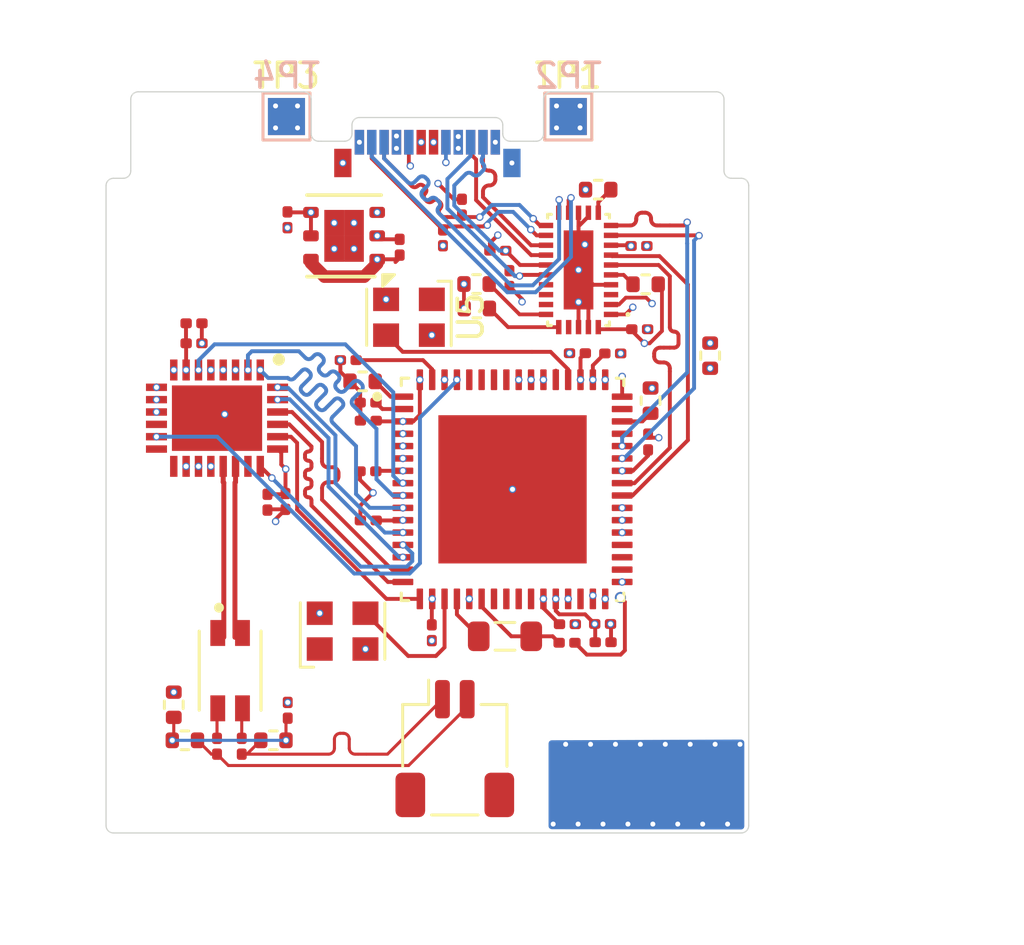
<source format=kicad_pcb>
(kicad_pcb (version 20240108) (generator "pcbnew") (generator_version "8.0")
  (title_block (title "Expansion Card Template") (rev "X1") (company "Framework") (comment 1 "This work is licensed under a Creative Commons Attribution 4.0 International License") (comment 4 "https://frame.work"))
  (layers (0 "F.Cu" signal) (1 "In1.Cu" signal) (2 "In2.Cu" signal) (31 "B.Cu" signal) (34 "B.Paste" user) (35 "F.Paste" user) (36 "B.SilkS" user "B.Silkscreen") (37 "F.SilkS" user "F.Silkscreen") (38 "B.Mask" user) (39 "F.Mask" user) (44 "Edge.Cuts" user))
  (net 0 "")
  (net 1 "+3.3V")
  (net 2 "Net-(U1-REF_FILT)")
  (net 3 "Net-(U1-VDD25_REG_OUT)")
  (net 4 "+1V2")
  (net 5 "Net-(J1-Pin_1)")
  (net 6 "Net-(C27-Pad1)")
  (net 7 "Net-(J1-Pin_2)")
  (net 8 "Net-(C28-Pad1)")
  (net 9 "Net-(C29-Pad2)")
  (net 10 "Net-(U1-VDD12_SW_FB)")
  (net 11 "RX_CTL")
  (net 12 "TXD2")
  (net 13 "RXC")
  (net 14 "TXD3")
  (net 15 "TXD1")
  (net 16 "RXD2")
  (net 17 "~{PHY_INT_N}")
  (net 18 "RXD0")
  (net 19 "REFCLK_25")
  (net 20 "RXD1")
  (net 21 "RXD3")
  (net 22 "~{PHY_RESET_N}")
  (net 23 "TXD0")
  (net 24 "MDIO")
  (net 25 "TX_CTL")
  (net 26 "TXC")
  (net 27 "Net-(U1-VDD12_SW_OUT)")
  (net 29 "VBUS")
  (net 30 "TX2+")
  (net 31 "D+")
  (net 33 "RX2+")
  (net 34 "RX1-")
  (net 35 "TX1+")
  (net 36 "TX1-")
  (net 37 "RX2-")
  (net 38 "VCONN")
  (net 39 "RX1+")
  (net 40 "D-")
  (net 42 "CC")
  (net 43 "TX2-")
  (net 44 "Net-(U1-REF_REXT)")
  (net 45 "Net-(U1-USBRBIAS)")
  (net 47 "Net-(U1-TEST)")
  (net 48 "CLK125")
  (net 49 "TXN")
  (net 51 "MDC")
  (net 52 "XI")
  (net 53 "TXP")
  (net 54 "RXP")
  (net 55 "RXN")
  (net 57 "Net-(U3-SDA{slash}OUT1)")
  (net 65 "Net-(U3-DIR)")
  (net 66 "Net-(U3-SCL{slash}OUT2)")
  (net 67 "Net-(U3-VBUS_DET)")
  (net 68 "GND")
  (net 78 "TRD_P")
  (net 80 "TRD_N")
  (net 83 "unconnected-(U1-XO-Pad53)")
  (footprint "TestPoint:TestPoint_Pad_1.5x1.5mm" (layer "F.Cu") (at 134.3 128)
    (property "Reference" "TP3")
    (property "Value" "TestPoint")
  )
  (footprint "Resistor_SMD:R_0402_1005Metric" (layer "F.Cu") (at 137.38 138.72)
    (property "Reference" "R5" (hide yes))
    (property "Value" "2k")
  )
  (footprint "MountingHole:MountingHole_2.2mm_M2" (layer "F.Cu") (at 128.7 146.5)
    (property "Reference" "H2" (hide yes))
    (property "Value" "MountingHole")
  )
  (footprint "TestPoint:TestPoint_Pad_1.5x1.5mm" (layer "F.Cu") (at 145.7 128)
    (property "Reference" "TP1")
    (property "Value" "TestPoint")
  )
  (footprint "Capacitor_SMD:C_0201_0603Metric" (layer "F.Cu") (at 145.665 148.55)
    (property "Reference" "C13" (hide yes))
    (property "Value" "0.1uF")
  )
  (footprint "Capacitor_SMD:C_0201_0603Metric" (layer "F.Cu") (at 142.85 133.43 180)
    (property "Reference" "C3" (hide yes))
    (property "Value" "CC0402KRX5R7BB105")
  )
  (footprint "Resistor_SMD:R_0402_1005Metric" (layer "F.Cu") (at 148.83 134.79 180)
    (property "Reference" "R4" (hide yes))
    (property "Value" "RC0402FR-07887KL")
  )
  (footprint "Capacitor_SMD:C_0201_0603Metric" (layer "F.Cu") (at 137.595 142.36 180)
    (property "Reference" "C10" (hide yes))
    (property "Value" "0.1uF")
  )
  (footprint "Expansion_Card:QFN50P400X500X100-29N-D" (layer "F.Cu") (at 131.49 140.21 -90)
    (property "Reference" "IC1" (hide yes))
    (property "Value" "DP83TC813RRHFRQ1" (hide yes))
  )
  (footprint "Resistor_SMD:R_0402_1005Metric" (layer "F.Cu") (at 146.91 130.96)
    (property "Reference" "R1" (hide yes))
    (property "Value" "RC0402JR-07200KL")
  )
  (footprint "Capacitor_SMD:C_0201_0603Metric" (layer "F.Cu") (at 130.56 137.18)
    (property "Reference" "C22" (hide yes))
    (property "Value" "100nF")
  )
  (footprint "Resistor_SMD:R_0402_1005Metric" (layer "F.Cu") (at 133.77 153.25)
    (property "Reference" "R9" (hide yes))
    (property "Value" "1k")
  )
  (footprint "Capacitor_SMD:C_0201_0603Metric" (layer "F.Cu") (at 131.49 153.49 -90)
    (property "Reference" "C27" (hide yes))
    (property "Value" "100n")
  )
  (footprint "Resistor_SMD:R_0402_1005Metric" (layer "F.Cu") (at 142 135.77 180)
    (property "Reference" "R2" (hide yes))
    (property "Value" "RC0402JR-07200KL")
  )
  (footprint "Capacitor_SMD:C_0201_0603Metric" (layer "F.Cu") (at 133.53 143.61 -90)
    (property "Reference" "C4" (hide yes))
    (property "Value" "4.7uF")
  )
  (footprint "Capacitor_SMD:C_0201_0603Metric" (layer "F.Cu") (at 143.32 134.56 -90)
    (property "Reference" "C1" (hide yes))
    (property "Value" "CC0402KRX5R7BB105")
  )
  (footprint "Expansion_Card:USB_C_Plug_Molex_105444" (layer "F.Cu") (at 140 129)
    (property "Reference" "P1" (hide yes))
    (property "Value" "USB_C_Plug")
    (fp_line (start -3.35 0) (end -4.3 0) (stroke (width 0.05)) (layer "Edge.Cuts"))
    (fp_line (start -3.05 -0.66) (end -3.05 -0.3) (stroke (width 0.05)) (layer "Edge.Cuts"))
    (fp_line (start -2.75 -0.96) (end 2.75 -0.96) (stroke (width 0.05)) (layer "Edge.Cuts"))
    (fp_line (start 3.05 -0.66) (end 3.05 -0.3) (stroke (width 0.05)) (layer "Edge.Cuts"))
    (fp_line (start 3.35 0) (end 4.3 0) (stroke (width 0.05)) (layer "Edge.Cuts"))
    (fp_arc (start -3.05 -0.66) (mid -2.962132 -0.872132) (end -2.75 -0.96) (stroke (width 0.05)) (layer "Edge.Cuts"))
    (fp_arc (start -3.05 -0.3) (mid -3.137868 -0.087868) (end -3.35 0) (stroke (width 0.05)) (layer "Edge.Cuts"))
    (fp_arc (start 2.75 -0.96) (mid 2.962132 -0.872132) (end 3.05 -0.66) (stroke (width 0.05)) (layer "Edge.Cuts"))
    (fp_arc (start 3.35 0) (mid 3.137868 -0.087868) (end 3.05 -0.3) (stroke (width 0.05)) (layer "Edge.Cuts"))
  )
  (footprint "Resistor_SMD:R_0402_1005Metric" (layer "F.Cu") (at 130.19 153.25 180)
    (property "Reference" "R8" (hide yes))
    (property "Value" "1k")
  )
  (footprint "Capacitor_SMD:C_0201_0603Metric" (layer "F.Cu") (at 137.61 140.31 180)
    (property "Reference" "C9" (hide yes))
    (property "Value" "0.1uF")
  )
  (footprint "Capacitor_SMD:C_0201_0603Metric" (layer "F.Cu") (at 130.56 136.37)
    (property "Reference" "C21" (hide yes))
    (property "Value" "4.7uF")
  )
  (footprint "Oscillator:Oscillator_SMD_Kyocera_KC2520Z-4Pin_2.5x2.0mm" (layer "F.Cu") (at 136.57 148.83 90)
    (property "Reference" "U4" (hide yes))
    (property "Value" "KC2520Z125.000C1KX00")
  )
  (footprint "Capacitor_SMD:C_0201_0603Metric" (layer "F.Cu") (at 140.18 148.895 -90)
    (property "Reference" "C12" (hide yes))
    (property "Value" "0.1uF")
  )
  (footprint "Capacitor_SMD:C_0201_0603Metric" (layer "F.Cu") (at 147.11 149.28)
    (property "Reference" "C18" (hide yes))
    (property "Value" "22uF")
  )
  (footprint "Resistor_SMD:R_0402_1005Metric" (layer "F.Cu") (at 141.99 134.78 180)
    (property "Reference" "R3" (hide yes))
    (property "Value" "RC0402JR-07200KL")
  )
  (footprint "Connector_JST:JST_SH_SM02B-SRSS-TB_1x02-1MP_P1.00mm_Horizontal" (layer "F.Cu") (at 141.11 153.585)
    (property "Reference" "J1" (hide yes))
    (property "Value" "Conn_01x02")
  )
  (footprint "Capacitor_SMD:C_0201_0603Metric" (layer "F.Cu") (at 140.63 132.91 -90)
    (property "Reference" "C30" (hide yes))
    (property "Value" "CC0402KRX5R7BB105")
  )
  (footprint "Capacitor_SMD:C_0201_0603Metric" (layer "F.Cu") (at 138.88 133.29 90)
    (property "Reference" "C5" (hide yes))
    (property "Value" "1uF")
  )
  (footprint "Capacitor_SMD:C_0201_0603Metric" (layer "F.Cu") (at 134.26 143.58 -90)
    (property "Reference" "C19" (hide yes))
    (property "Value" "100nF")
  )
  (footprint "Capacitor_SMD:C_0201_0603Metric" (layer "F.Cu") (at 148.59 136.61)
    (property "Reference" "C32" (hide yes))
    (property "Value" "CC0402KRX5R7BB105")
  )
  (footprint "Oscillator:Oscillator_SMD_Kyocera_KC2520Z-4Pin_2.5x2.0mm" (layer "F.Cu") (at 139.255 136.125 -90)
    (property "Reference" "U5")
    (property "Value" "KC2520Z25.0000C1KX00")
  )
  (footprint "Inductor_SMD:L_0201_0603Metric" (layer "F.Cu") (at 145.65 149.3 180)
    (property "Reference" "FB1" (hide yes))
    (property "Value" "220R")
  )
  (footprint "Expansion_Card:QFN50P900X900X100-65N_LAN7801_9JX" (layer "F.Cu") (at 143.445 143.09)
    (property "Reference" "U1" (hide yes))
    (property "Value" "LAN7801_9JX")
  )
  (footprint "Inductor_SMD:L_0805_2012Metric" (layer "F.Cu") (at 143.14 149.04)
    (property "Reference" "L1" (hide yes))
    (property "Value" "3.3uH")
  )
  (footprint "Capacitor_SMD:C_0201_0603Metric" (layer "F.Cu") (at 148.93 141.175 90)
    (property "Reference" "C16" (hide yes))
    (property "Value" "0.1uF")
  )
  (footprint "Resistor_SMD:R_0402_1005Metric" (layer "F.Cu") (at 129.74 151.81 90)
    (property "Reference" "R10" (hide yes))
    (property "Value" "100k")
  )
  (footprint "Capacitor_SMD:C_0201_0603Metric" (layer "F.Cu") (at 137.61 144.35 180)
    (property "Reference" "C11" (hide yes))
    (property "Value" "0.1uF")
  )
  (footprint "Package_SON:WSON-6-1EP_3x3mm_P0.95mm" (layer "F.Cu") (at 136.63 132.83 180)
    (property "Reference" "U2" (hide yes))
    (property "Value" "LP38693SD-3.3")
  )
  (footprint "Capacitor_SMD:C_0201_0603Metric" (layer "F.Cu") (at 141.4 131.67 90)
    (property "Reference" "C31" (hide yes))
    (property "Value" "CC0402KRX5R7BB105")
  )
  (footprint "Capacitor_SMD:C_0201_0603Metric" (layer "F.Cu") (at 147.5 137.59)
    (property "Reference" "C14" (hide yes))
    (property "Value" "0.1uF")
  )
  (footprint "Resistor_SMD:R_0402_1005Metric" (layer "F.Cu") (at 151.44 137.68 -90)
    (property "Reference" "R6" (hide yes))
    (property "Value" "12k")
  )
  (footprint "Capacitor_SMD:C_0201_0603Metric" (layer "F.Cu") (at 134.35 152.035 -90)
    (property "Reference" "C29" (hide yes))
    (property "Value" "4.7n")
  )
  (footprint "MountingHole:MountingHole_2.2mm_M2" (layer "F.Cu") (at 151.3 146.5)
    (property "Reference" "H1" (hide yes))
    (property "Value" "MountingHole")
  )
  (footprint "Expansion_Card:FIL_DLW32MH201XK2L" (layer "F.Cu") (at 132.02 150.43 -90)
    (property "Reference" "FL1" (hide yes))
    (property "Value" "DLW32MH201XK2L")
  )
  (footprint "Expansion_Card:QFN40P450X250X80-31N120X320" (layer "F.Cu") (at 146.115 134.21 180)
    (property "Reference" "U3" (hide yes))
    (property "Value" "HD3SS3220IRNHT")
  )
  (footprint "Capacitor_SMD:C_0201_0603Metric" (layer "F.Cu") (at 146.07 137.58 180)
    (property "Reference" "C15" (hide yes))
    (property "Value" "0.1uF")
  )
  (footprint "Capacitor_SMD:C_0201_0603Metric" (layer "F.Cu") (at 147.09 148.54)
    (property "Reference" "C17" (hide yes))
    (property "Value" "4.7uF")
  )
  (footprint "Capacitor_SMD:C_0201_0603Metric" (layer "F.Cu") (at 148.56 133.24)
    (property "Reference" "C2" (hide yes))
    (property "Value" "CC0402KRX5R7BB105")
  )
  (footprint "Capacitor_SMD:C_0201_0603Metric" (layer "F.Cu") (at 137.6 139.58 180)
    (property "Reference" "C7" (hide yes))
    (property "Value" "0.1uF")
  )
  (footprint "Capacitor_SMD:C_0201_0603Metric" (layer "F.Cu") (at 136.8 137.86 180)
    (property "Reference" "C8" (hide yes))
    (property "Value" "10uF")
  )
  (footprint "Capacitor_SMD:C_0201_0603Metric" (layer "F.Cu") (at 134.34 132.18 -90)
    (property "Reference" "C6" (hide yes))
    (property "Value" "1uF")
  )
  (footprint "Resistor_SMD:R_0402_1005Metric" (layer "F.Cu") (at 149.03 139.5 -90)
    (property "Reference" "R7" (hide yes))
    (property "Value" "10k")
  )
  (footprint "Capacitor_SMD:C_0201_0603Metric" (layer "F.Cu") (at 132.49 153.49 -90)
    (property "Reference" "C28" (hide yes))
    (property "Value" "100n")
  )
  (footprint "LOGO" (layer "B.Cu") (at 146.083479 155.627195 180)
    (property "Reference" "G***" (hide yes))
    (property "Value" "LOGO" (hide yes))
  )
  (footprint "TestPoint:TestPoint_Pad_1.5x1.5mm" (layer "B.Cu") (at 145.7 128 180)
    (property "Reference" "TP2")
    (property "Value" "TestPoint")
  )
  (footprint "TestPoint:TestPoint_Pad_1.5x1.5mm" (layer "B.Cu") (at 134.3 128 180)
    (property "Reference" "TP4")
    (property "Value" "TestPoint")
  )
  (gr_line (start 153 130.8) (end 153 156.7) (stroke (width 0.05)) (layer "Edge.Cuts"))
  (gr_line (start 127.3 157) (end 152.7 157) (stroke (width 0.05)) (layer "Edge.Cuts"))
  (gr_arc (start 144.7 128.7) (mid 144.612132 128.912132) (end 144.4 129) (stroke (width 0.05)) (layer "Edge.Cuts"))
  (gr_arc (start 135 127) (mid 135.212132 127.087868) (end 135.3 127.3) (stroke (width 0.05)) (layer "Edge.Cuts"))
  (gr_line (start 144.7 128.7) (end 144.7 127.3) (stroke (width 0.05)) (layer "Edge.Cuts"))
  (gr_arc (start 144.7 127.3) (mid 144.787868 127.087868) (end 145 127) (stroke (width 0.05)) (layer "Edge.Cuts"))
  (gr_line (start 135 127) (end 128.3 127) (stroke (width 0.05)) (layer "Edge.Cuts"))
  (gr_line (start 145 127) (end 151.7 127) (stroke (width 0.05)) (layer "Edge.Cuts"))
  (gr_arc (start 127.3 157) (mid 127.087868 156.912132) (end 127 156.7) (stroke (width 0.05)) (layer "Edge.Cuts"))
  (gr_line (start 144.3 129) (end 144.4 129) (stroke (width 0.05)) (layer "Edge.Cuts"))
  (gr_arc (start 128 127.3) (mid 128.087868 127.087868) (end 128.3 127) (stroke (width 0.05)) (layer "Edge.Cuts"))
  (gr_line (start 128 130.2) (end 128 127.3) (stroke (width 0.05)) (layer "Edge.Cuts"))
  (gr_arc (start 128 130.2) (mid 127.912132 130.412132) (end 127.7 130.5) (stroke (width 0.05)) (layer "Edge.Cuts"))
  (gr_arc (start 127 130.8) (mid 127.087868 130.587868) (end 127.3 130.5) (stroke (width 0.05)) (layer "Edge.Cuts"))
  (gr_line (start 127.3 130.5) (end 127.7 130.5) (stroke (width 0.05)) (layer "Edge.Cuts"))
  (gr_line (start 152 130.2) (end 152 127.3) (stroke (width 0.05)) (layer "Edge.Cuts"))
  (gr_arc (start 152.7 130.5) (mid 152.912132 130.587868) (end 153 130.8) (stroke (width 0.05)) (layer "Edge.Cuts"))
  (gr_arc (start 152.3 130.5) (mid 152.087868 130.412132) (end 152 130.2) (stroke (width 0.05)) (layer "Edge.Cuts"))
  (gr_line (start 152.3 130.5) (end 152.7 130.5) (stroke (width 0.05)) (layer "Edge.Cuts"))
  (gr_line (start 135.3 128.7) (end 135.3 127.3) (stroke (width 0.05)) (layer "Edge.Cuts"))
  (gr_arc (start 153 156.7) (mid 152.912132 156.912132) (end 152.7 157) (stroke (width 0.05)) (layer "Edge.Cuts"))
  (gr_line (start 135.6 129) (end 135.7 129) (stroke (width 0.05)) (layer "Edge.Cuts"))
  (gr_arc (start 151.7 127) (mid 151.912132 127.087868) (end 152 127.3) (stroke (width 0.05)) (layer "Edge.Cuts"))
  (gr_arc (start 135.6 129) (mid 135.387868 128.912132) (end 135.3 128.7) (stroke (width 0.05)) (layer "Edge.Cuts"))
  (gr_line (start 127 130.8) (end 127 156.7) (stroke (width 0.05)) (layer "Edge.Cuts"))
  (segment (start 141.48 134.78) (end 141.48 135.76) (width 0.1524) (layer "F.Cu") (net 1))
  (segment (start 139.429999 140.34) (end 139.01 140.34) (width 0.158242) (layer "F.Cu") (net 1))
  (segment (start 147.18 137.59) (end 146.695 138.075) (width 0.158242) (layer "F.Cu") (net 1))
  (segment (start 137.96 140.34) (end 137.93 140.31) (width 0.158242) (layer "F.Cu") (net 1))
  (segment (start 134.26 142.28) (end 134.27 142.27) (width 0.158242) (layer "F.Cu") (net 1))
  (segment (start 139.01 140.34) (end 137.96 140.34) (width 0.158242) (layer "F.Cu") (net 1))
  (segment (start 145.345 148.55) (end 144.695 147.9) (width 0.158242) (layer "F.Cu") (net 1))
  (segment (start 147.43 133.21) (end 148.21 133.21) (width 0.158242) (layer "F.Cu") (net 1))
  (segment (start 139.01 142.34) (end 137.935 142.34) (width 0.158242) (layer "F.Cu") (net 1))
  (segment (start 139 144.35) (end 139.01 144.34) (width 0.158242) (layer "F.Cu") (net 1))
  (segment (start 146.195 137.775) (end 146.39 137.58) (width 0.158242) (layer "F.Cu") (net 1))
  (segment (start 130.24 138.26) (end 130.24 137.2) (width 0.158242) (layer "F.Cu") (net 1))
  (segment (start 134.27 142.27) (end 134.089121 142.089121) (width 0.158242) (layer "F.Cu") (net 1))
  (segment (start 144.69 147.53) (end 144.695 147.525) (width 0.158242) (layer "F.Cu") (net 1))
  (segment (start 135.29 131.88) (end 134.36 131.88) (width 0.158242) (layer "F.Cu") (net 1))
  (segment (start 140.18 147.54) (end 140.195 147.525) (width 0.158242) (layer "F.Cu") (net 1))
  (segment (start 134.23 143.29) (end 134.26 143.26) (width 0.158242) (layer "F.Cu") (net 1))
  (segment (start 130.235 136.48) (end 130.235 137.175) (width 0.158242) (layer "F.Cu") (net 1))
  (segment (start 144.695 147.9) (end 144.695 147.525) (width 0.158242) (layer "F.Cu") (net 1))
  (segment (start 141.48 135.76) (end 141.49 135.77) (width 0.1524) (layer "F.Cu") (net 1))
  (segment (start 134.36 131.88) (end 134.34 131.86) (width 0.158242) (layer "F.Cu") (net 1))
  (segment (start 148.21 133.21) (end 148.24 133.24) (width 0.158242) (layer "F.Cu") (net 1))
  (segment (start 147.88 138.52) (end 147.88 139.34) (width 0.158242) (layer "F.Cu") (net 1))
  (segment (start 146.695 138.075) (end 146.695 138.655) (width 0.158242) (layer "F.Cu") (net 1))
  (segment (start 146.195 138.655) (end 146.195 137.775) (width 0.158242) (layer "F.Cu") (net 1))
  (segment (start 134.089121 142.089121) (end 134.089121 141.609121) (width 0.158242) (layer "F.Cu") (net 1))
  (segment (start 134.26 143.26) (end 134.26 142.28) (width 0.158242) (layer "F.Cu") (net 1))
  (segment (start 133.53 143.29) (end 134.23 143.29) (width 0.158242) (layer "F.Cu") (net 1))
  (segment (start 137.93 144.35) (end 139 144.35) (width 0.158242) (layer "F.Cu") (net 1))
  (segment (start 137.935 142.34) (end 137.915 142.36) (width 0.158242) (layer "F.Cu") (net 1))
  (segment (start 135.29 132.83) (end 135.29 131.88) (width 0.158242) (layer "F.Cu") (net 1))
  (segment (start 139.695 138.655) (end 139.695 140.074999) (width 0.158242) (layer "F.Cu") (net 1))
  (segment (start 140.18 148.575) (end 140.18 147.54) (width 0.158242) (layer "F.Cu") (net 1))
  (segment (start 139.695 140.074999) (end 139.429999 140.34) (width 0.158242) (layer "F.Cu") (net 1))
  (segment (start 134.089121 141.609121) (end 133.94 141.46) (width 0.158242) (layer "F.Cu") (net 1))
  (segment (start 130.235 137.175) (end 130.24 137.18) (width 0.158242) (layer "F.Cu") (net 1))
  (via (at 135.29 131.88) (size 0.3) (drill 0.2) (layers "F.Cu" "B.Cu") (net 1))
  (via (at 141.48 134.78) (size 0.3) (drill 0.2) (layers "F.Cu" "B.Cu") (net 1))
  (via (at 146.695 138.655) (size 0.3) (drill 0.2) (layers "F.Cu" "B.Cu") (net 1))
  (via (at 130.24 142.16) (size 0.3) (drill 0.2) (layers "F.Cu" "B.Cu") (net 1))
  (via (at 139.01 144.34) (size 0.3) (drill 0.2) (layers "F.Cu" "B.Cu") (net 1))
  (via (at 141.695 147.525) (size 0.3) (drill 0.2) (layers "F.Cu" "B.Cu") (net 1))
  (via (at 140.18 136.85) (size 0.3) (drill 0.2) (layers "F.Cu" "B.Cu") (net 1))
  (via (at 145.695 147.525) (size 0.3) (drill 0.2) (layers "F.Cu" "B.Cu") (net 1))
  (via (at 141.49 135.77) (size 0.3) (drill 0.2) (layers "F.Cu" "B.Cu") (net 1))
  (via (at 147.88 146.84) (size 0.3) (drill 0.2) (layers "F.Cu" "B.Cu") (net 1))
  (via (at 134.27 142.27) (size 0.3) (drill 0.2) (layers "F.Cu" "B.Cu") (net 1))
  (via (at 131.24 142.16) (size 0.3) (drill 0.2) (layers "F.Cu" "B.Cu") (net 1))
  (via (at 135.645 148.105) (size 0.3) (drill 0.2) (layers "F.Cu" "B.Cu") (net 1))
  (via (at 139.01 140.34) (size 0.3) (drill 0.2) (layers "F.Cu" "B.Cu") (net 1))
  (via (at 146.195 138.655) (size 0.3) (drill 0.2) (layers "F.Cu" "B.Cu") (net 1))
  (via (at 139.01 142.34) (size 0.3) (drill 0.2) (layers "F.Cu" "B.Cu") (net 1))
  (via (at 146.4 130.96) (size 0.3) (drill 0.2) (layers "F.Cu" "B.Cu") (net 1))
  (via (at 140.195 147.525) (size 0.3) (drill 0.2) (layers "F.Cu" "B.Cu") (net 1))
  (via (at 148.24 133.24) (size 0.3) (drill 0.2) (layers "F.Cu" "B.Cu") (net 1))
  (via (at 139.695 138.655) (size 0.3) (drill 0.2) (layers "F.Cu" "B.Cu") (net 1))
  (via (at 130.24 138.26) (size 0.3) (drill 0.2) (layers "F.Cu" "B.Cu") (net 1))
  (via (at 147.88 138.52) (size 0.3) (drill 0.2) (layers "F.Cu" "B.Cu") (net 1))
  (via (at 144.695 147.525) (size 0.3) (drill 0.2) (layers "F.Cu" "B.Cu") (net 1))
  (via (at 130.74 142.16) (size 0.3) (drill 0.2) (layers "F.Cu" "B.Cu") (net 1))
  (segment (start 139.01 139.84) (end 138.18 139.84) (width 0.158242) (layer "F.Cu") (net 2))
  (segment (start 138.18 139.84) (end 137.92 139.58) (width 0.158242) (layer "F.Cu") (net 2))
  (segment (start 140.195 138.655) (end 140.195 138.235001) (width 0.158242) (layer "F.Cu") (net 3))
  (segment (start 140.195 138.235001) (end 139.819999 137.86) (width 0.158242) (layer "F.Cu") (net 3))
  (segment (start 139.819999 137.86) (end 137.12 137.86) (width 0.158242) (layer "F.Cu") (net 3))
  (segment (start 147.99 149.61) (end 147.82 149.78) (width 0.158242) (layer "F.Cu") (net 4))
  (segment (start 148.93 141.495) (end 148.93 141.724999) (width 0.158242) (layer "F.Cu") (net 4))
  (segment (start 146.45 149.78) (end 145.97 149.3) (width 0.158242) (layer "F.Cu") (net 4))
  (segment (start 147.82 149.78) (end 146.45 149.78) (width 0.158242) (layer "F.Cu") (net 4))
  (segment (start 147.81 147.47) (end 147.99 147.65) (width 0.158242) (layer "F.Cu") (net 4))
  (segment (start 147.99 147.65) (end 147.99 149.61) (width 0.158242) (layer "F.Cu") (net 4))
  (segment (start 146.77 148.54) (end 146.380879 148.150879) (width 0.158242) (layer "F.Cu") (net 4))
  (segment (start 145.339373 148.150879) (end 145.195 148.006506) (width 0.158242) (layer "F.Cu") (net 4))
  (segment (start 146.380879 148.150879) (end 145.339373 148.150879) (width 0.158242) (layer "F.Cu") (net 4))
  (segment (start 146.79 149.28) (end 146.79 148.56) (width 0.158242) (layer "F.Cu") (net 4))
  (segment (start 146.79 148.56) (end 146.77 148.54) (width 0.158242) (layer "F.Cu") (net 4))
  (segment (start 148.93 141.724999) (end 148.314999 142.34) (width 0.158242) (layer "F.Cu") (net 4))
  (segment (start 145.195 148.006506) (end 145.195 147.525) (width 0.158242) (layer "F.Cu") (net 4))
  (segment (start 148.314999 142.34) (end 147.88 142.34) (width 0.158242) (layer "F.Cu") (net 4))
  (via (at 144.695 138.655) (size 0.3) (drill 0.2) (layers "F.Cu" "B.Cu") (net 4))
  (via (at 147.88 142.34) (size 0.3) (drill 0.2) (layers "F.Cu" "B.Cu") (net 4))
  (via (at 147.88 144.84) (size 0.3) (drill 0.2) (layers "F.Cu" "B.Cu") (net 4))
  (via (at 145.195 147.525) (size 0.3) (drill 0.2) (layers "F.Cu" "B.Cu") (net 4))
  (via (at 147.81 147.47) (size 0.45) (drill 0.3) (layers "F.Cu" "B.Cu") (net 4))
  (via (at 140.695 138.655) (size 0.3) (drill 0.2) (layers "F.Cu" "B.Cu") (net 4))
  (via (at 146.77 148.54) (size 0.3) (drill 0.2) (layers "F.Cu" "B.Cu") (net 4))
  (segment (start 146.75 148.56) (end 146.77 148.54) (width 0.158242) (layer "B.Cu") (net 4))
  (segment (start 137.08 153.81) (end 137.2 153.81) (width 0.123952) (layer "F.Cu") (net 5))
  (segment (start 136.48 152.965665) (end 136.6 152.965665) (width 0.123952) (layer "F.Cu") (net 5))
  (segment (start 133.26 153.25) (end 132.7 153.81) (width 0.123952) (layer "F.Cu") (net 5))
  (segment (start 137.2 153.81) (end 137.530413 153.81) (width 0.123952) (layer "F.Cu") (net 5))
  (segment (start 136.84 153.205665) (end 136.84 153.57) (width 0.123952) (layer "F.Cu") (net 5))
  (segment (start 136.24 153.57) (end 136.24 153.205665) (width 0.123952) (layer "F.Cu") (net 5))
  (segment (start 138.385 153.81) (end 140.61 151.585) (width 0.123952) (layer "F.Cu") (net 5))
  (segment (start 132.49 153.81) (end 136 153.81) (width 0.123952) (layer "F.Cu") (net 5))
  (segment (start 137.530413 153.81) (end 138.385 153.81) (width 0.123952) (layer "F.Cu") (net 5))
  (arc (start 136.24 153.205665) (mid 136.310294 153.035959) (end 136.48 152.965665) (width 0.123952) (layer "F.Cu") (net 5))
  (arc (start 136.6 152.965665) (mid 136.769706 153.035959) (end 136.84 153.205665) (width 0.123952) (layer "F.Cu") (net 5))
  (arc (start 136 153.81) (mid 136.169706 153.739706) (end 136.24 153.57) (width 0.123952) (layer "F.Cu") (net 5))
  (arc (start 136.84 153.57) (mid 136.910294 153.739706) (end 137.08 153.81) (width 0.123952) (layer "F.Cu") (net 5))
  (segment (start 131.49 151.965) (end 131.49 153.17) (width 0.123952) (layer "F.Cu") (net 6))
  (segment (start 131.49 153.81) (end 131.950236 154.270236) (width 0.123952) (layer "F.Cu") (net 7))
  (segment (start 130.7 153.25) (end 131.26 153.81) (width 0.123952) (layer "F.Cu") (net 7))
  (segment (start 131.950236 154.270236) (end 139.239764 154.270236) (width 0.123952) (layer "F.Cu") (net 7))
  (segment (start 131.26 153.81) (end 131.49 153.81) (width 0.123952) (layer "F.Cu") (net 7))
  (segment (start 139.239764 154.270236) (end 140.919764 152.590236) (width 0.123952) (layer "F.Cu") (net 7))
  (segment (start 140.921656 152.590236) (end 141.61 151.901892) (width 0.123952) (layer "F.Cu") (net 7))
  (segment (start 132.49 151.965) (end 132.49 153.17) (width 0.123952) (layer "F.Cu") (net 8))
  (segment (start 129.74 153.19) (end 129.68 153.25) (width 0.220472) (layer "F.Cu") (net 9))
  (segment (start 129.74 152.32) (end 129.74 153.19) (width 0.123952) (layer "F.Cu") (net 9))
  (segment (start 134.28 152.425) (end 134.35 152.355) (width 0.220472) (layer "F.Cu") (net 9))
  (segment (start 134.28 153.25) (end 134.28 152.425) (width 0.123952) (layer "F.Cu") (net 9))
  (via (at 129.68 153.25) (size 0.3) (drill 0.2) (layers "F.Cu" "B.Cu") (net 9))
  (via (at 134.28 153.25) (size 0.3) (drill 0.2) (layers "F.Cu" "B.Cu") (net 9))
  (segment (start 134.28 153.25) (end 129.68 153.25) (width 0.123952) (layer "B.Cu") (net 9))
  (segment (start 143.396538 149.04) (end 142.195 147.838462) (width 0.158242) (layer "F.Cu") (net 10))
  (segment (start 142.195 147.838462) (end 142.195 147.525) (width 0.158242) (layer "F.Cu") (net 10))
  (segment (start 145.07 149.04) (end 145.33 149.3) (width 0.158242) (layer "F.Cu") (net 10))
  (segment (start 144.2025 149.04) (end 145.07 149.04) (width 0.158242) (layer "F.Cu") (net 10))
  (segment (start 144.2025 149.04) (end 143.396538 149.04) (width 0.158242) (layer "F.Cu") (net 10))
  (segment (start 133.71 142.63) (end 133.24 142.16) (width 0.158242) (layer "F.Cu") (net 11))
  (via (at 139.01 145.34) (size 0.3) (drill 0.2) (layers "F.Cu" "B.Cu") (net 11))
  (via (at 133.71 142.63) (size 0.3) (drill 0.2) (layers "F.Cu" "B.Cu") (net 11))
  (segment (start 137.299121 146.219121) (end 139.167038 146.219121) (width 0.158242) (layer "B.Cu") (net 11))
  (segment (start 139.389121 145.682962) (end 139.046159 145.34) (width 0.158242) (layer "B.Cu") (net 11))
  (segment (start 133.71 142.63) (end 137.299121 146.219121) (width 0.158242) (layer "B.Cu") (net 11))
  (segment (start 139.167038 146.219121) (end 139.389121 145.997038) (width 0.158242) (layer "B.Cu") (net 11))
  (segment (start 139.389121 145.997038) (end 139.389121 145.682962) (width 0.158242) (layer "B.Cu") (net 11))
  (segment (start 139.046159 145.34) (end 139.01 145.34) (width 0.158242) (layer "B.Cu") (net 11))
  (via (at 131.74 138.26) (size 0.3) (drill 0.2) (layers "F.Cu" "B.Cu") (net 12))
  (via (at 139.01 141.34) (size 0.3) (drill 0.2) (layers "F.Cu" "B.Cu") (net 12))
  (via (at 133.94 138.96) (size 0.3) (drill 0.2) (layers "F.Cu" "B.Cu") (net 13))
  (via (at 139.01 144.84) (size 0.3) (drill 0.2) (layers "F.Cu" "B.Cu") (net 13))
  (segment (start 136.28 142.84) (end 136.28 140.9) (width 0.158242) (layer "B.Cu") (net 13))
  (segment (start 138.28 144.84) (end 136.28 142.84) (width 0.158242) (layer "B.Cu") (net 13))
  (segment (start 139.01 144.84) (end 138.28 144.84) (width 0.158242) (layer "B.Cu") (net 13))
  (segment (start 134.37 138.99) (end 133.97 138.99) (width 0.158242) (layer "B.Cu") (net 13))
  (segment (start 136.28 140.9) (end 134.37 138.99) (width 0.158242) (layer "B.Cu") (net 13))
  (segment (start 133.97 138.99) (end 133.94 138.96) (width 0.158242) (layer "B.Cu") (net 13))
  (via (at 139.01 140.84) (size 0.3) (drill 0.2) (layers "F.Cu" "B.Cu") (net 14))
  (via (at 132.24 138.26) (size 0.3) (drill 0.2) (layers "F.Cu" "B.Cu") (net 14))
  (via (at 131.24 138.26) (size 0.3) (drill 0.2) (layers "F.Cu" "B.Cu") (net 15))
  (via (at 139.01 141.84) (size 0.3) (drill 0.2) (layers "F.Cu" "B.Cu") (net 15))
  (segment (start 135.050868 141.689148) (end 135.050868 141.8) (width 0.158242) (layer "F.Cu") (net 16))
  (segment (start 135.310016 142.059148) (end 135.310016 142.17) (width 0.158242) (layer "F.Cu") (net 16))
  (segment (start 135.310016 143.65) (end 135.310016 143.67) (width 0.158242) (layer "F.Cu") (net 16))
  (segment (start 135.310016 143.746522) (end 138.403494 146.84) (width 0.158242) (layer "F.Cu") (net 16))
  (segment (start 134.413242 140.46) (end 135.310016 141.356774) (width 0.158242) (layer "F.Cu") (net 16))
  (segment (start 135.050868 143.169148) (end 135.050868 143.28) (width 0.158242) (layer "F.Cu") (net 16))
  (segment (start 135.310016 143.67) (end 135.310016 143.746522) (width 0.158242) (layer "F.Cu") (net 16))
  (segment (start 135.310016 143.539148) (end 135.310016 143.65) (width 0.158242) (layer "F.Cu") (net 16))
  (segment (start 138.403494 146.84) (end 139.01 146.84) (width 0.158242) (layer "F.Cu") (net 16))
  (segment (start 135.310016 142.799148) (end 135.310016 142.91) (width 0.158242) (layer "F.Cu") (net 16))
  (segment (start 135.050868 142.429148) (end 135.050868 142.54) (width 0.158242) (layer "F.Cu") (net 16))
  (segment (start 133.94 140.46) (end 134.413242 140.46) (width 0.158242) (layer "F.Cu") (net 16))
  (segment (start 135.310016 141.356774) (end 135.310016 141.43) (width 0.158242) (layer "F.Cu") (net 16))
  (arc (start 135.050868 143.28) (mid 135.088819 143.371623) (end 135.180442 143.409574) (width 0.158242) (layer "F.Cu") (net 16))
  (arc (start 135.180442 143.039574) (mid 135.088819 143.077525) (end 135.050868 143.169148) (width 0.158242) (layer "F.Cu") (net 16))
  (arc (start 135.310016 141.43) (mid 135.272065 141.521623) (end 135.180442 141.559574) (width 0.158242) (layer "F.Cu") (net 16))
  (arc (start 135.180442 142.299574) (mid 135.088819 142.337525) (end 135.050868 142.429148) (width 0.158242) (layer "F.Cu") (net 16))
  (arc (start 135.180442 141.559574) (mid 135.088819 141.597525) (end 135.050868 141.689148) (width 0.158242) (layer "F.Cu") (net 16))
  (arc (start 135.180442 142.669574) (mid 135.272065 142.707525) (end 135.310016 142.799148) (width 0.158242) (layer "F.Cu") (net 16))
  (arc (start 135.310016 142.17) (mid 135.272065 142.261623) (end 135.180442 142.299574) (width 0.158242) (layer "F.Cu") (net 16))
  (arc (start 135.180442 141.929574) (mid 135.272065 141.967525) (end 135.310016 142.059148) (width 0.158242) (layer "F.Cu") (net 16))
  (arc (start 135.310016 142.91) (mid 135.272065 143.001623) (end 135.180442 143.039574) (width 0.158242) (layer "F.Cu") (net 16))
  (arc (start 135.050868 141.8) (mid 135.088819 141.891623) (end 135.180442 141.929574) (width 0.158242) (layer "F.Cu") (net 16))
  (arc (start 135.180442 143.409574) (mid 135.272065 143.447525) (end 135.310016 143.539148) (width 0.158242) (layer "F.Cu") (net 16))
  (arc (start 135.050868 142.54) (mid 135.088819 142.631623) (end 135.180442 142.669574) (width 0.158242) (layer "F.Cu") (net 16))
  (via (at 129.04 139.46) (size 0.3) (drill 0.2) (layers "F.Cu" "B.Cu") (net 17))
  (via (at 146.695 147.39) (size 0.3) (drill 0.2) (layers "F.Cu" "B.Cu") (net 17))
  (via (at 133.94 139.46) (size 0.3) (drill 0.2) (layers "F.Cu" "B.Cu") (net 18))
  (via (at 139.01 145.84) (size 0.3) (drill 0.2) (layers "F.Cu" "B.Cu") (net 18))
  (segment (start 136.001758 142.981758) (end 136.001758 141.015252) (width 0.158242) (layer "B.Cu") (net 18))
  (segment (start 134.426506 139.44) (end 133.96 139.44) (width 0.158242) (layer "B.Cu") (net 18))
  (segment (start 133.96 139.44) (end 133.94 139.46) (width 0.158242) (layer "B.Cu") (net 18))
  (segment (start 138.86 145.84) (end 136.001758 142.981758) (width 0.158242) (layer "B.Cu") (net 18))
  (segment (start 139.01 145.84) (end 138.86 145.84) (width 0.158242) (layer "B.Cu") (net 18))
  (segment (start 136.001758 141.015252) (end 134.426506 139.44) (width 0.158242) (layer "B.Cu") (net 18))
  (via (at 141.195 138.655) (size 0.3) (drill 0.2) (layers "F.Cu" "B.Cu") (net 19))
  (via (at 129.04 140.96) (size 0.3) (drill 0.2) (layers "F.Cu" "B.Cu") (net 19))
  (segment (start 131.5 140.96) (end 137.037363 146.497363) (width 0.158242) (layer "B.Cu") (net 19))
  (segment (start 139.7 140.186159) (end 141.195 138.691159) (width 0.158242) (layer "B.Cu") (net 19))
  (segment (start 139.28229 146.497363) (end 139.7 146.079653) (width 0.158242) (layer "B.Cu") (net 19))
  (segment (start 137.037363 146.497363) (end 139.28229 146.497363) (width 0.158242) (layer "B.Cu") (net 19))
  (segment (start 141.195 138.691159) (end 141.195 138.655) (width 0.158242) (layer "B.Cu") (net 19))
  (segment (start 129.04 140.96) (end 131.5 140.96) (width 0.158242) (layer "B.Cu") (net 19))
  (segment (start 139.7 146.079653) (end 139.7 140.186159) (width 0.158242) (layer "B.Cu") (net 19))
  (segment (start 135.74 141.84) (end 135.74 141.458831) (width 0.158242) (layer "F.Cu") (net 20))
  (segment (start 135.74 141.96) (end 135.74 141.84) (width 0.158242) (layer "F.Cu") (net 20))
  (segment (start 136.406283 142.56) (end 136.406283 142.44) (width 0.158242) (layer "F.Cu") (net 20))
  (segment (start 135.74 141.458831) (end 135.74 141.176758) (width 0.158242) (layer "F.Cu") (net 20))
  (segment (start 135.98 142.8) (end 136.166283 142.8) (width 0.158242) (layer "F.Cu") (net 20))
  (segment (start 135.74 141.176758) (end 134.523242 139.96) (width 0.158242) (layer "F.Cu") (net 20))
  (segment (start 135.74 143.51) (end 135.74 143.04) (width 0.158242) (layer "F.Cu") (net 20))
  (segment (start 134.523242 139.96) (end 133.94 139.96) (width 0.158242) (layer "F.Cu") (net 20))
  (segment (start 139.01 146.34) (end 138.57 146.34) (width 0.158242) (layer "F.Cu") (net 20))
  (segment (start 138.57 146.34) (end 135.74 143.51) (width 0.158242) (layer "F.Cu") (net 20))
  (segment (start 136.166283 142.2) (end 135.98 142.2) (width 0.158242) (layer "F.Cu") (net 20))
  (arc (start 135.74 143.04) (mid 135.810294 142.870294) (end 135.98 142.8) (width 0.158242) (layer "F.Cu") (net 20))
  (arc (start 135.98 142.2) (mid 135.810294 142.129706) (end 135.74 141.96) (width 0.158242) (layer "F.Cu") (net 20))
  (arc (start 136.166283 142.8) (mid 136.335989 142.729706) (end 136.406283 142.56) (width 0.158242) (layer "F.Cu") (net 20))
  (arc (start 136.406283 142.44) (mid 136.335989 142.270294) (end 136.166283 142.2) (width 0.158242) (layer "F.Cu") (net 20))
  (segment (start 138.345 147.525) (end 134.73 143.91) (width 0.158242) (layer "F.Cu") (net 21))
  (segment (start 134.48 140.96) (end 133.94 140.96) (width 0.158242) (layer "F.Cu") (net 21))
  (segment (start 139.695 147.525) (end 138.345 147.525) (width 0.158242) (layer "F.Cu") (net 21))
  (segment (start 134.73 143.91) (end 134.73 141.21) (width 0.158242) (layer "F.Cu") (net 21))
  (segment (start 134.73 141.21) (end 134.48 140.96) (width 0.158242) (layer "F.Cu") (net 21))
  (via (at 129.04 139.96) (size 0.3) (drill 0.2) (layers "F.Cu" "B.Cu") (net 22))
  (via (at 147.195 147.525) (size 0.3) (drill 0.2) (layers "F.Cu" "B.Cu") (net 22))
  (via (at 139.01 142.84) (size 0.3) (drill 0.2) (layers "F.Cu" "B.Cu") (net 23))
  (via (at 130.74 138.26) (size 0.3) (drill 0.2) (layers "F.Cu" "B.Cu") (net 23))
  (segment (start 131.388242 137.221758) (end 136.681758 137.221758) (width 0.158242) (layer "B.Cu") (net 23))
  (segment (start 138.62 139.16) (end 138.62 142.54) (width 0.158242) (layer "B.Cu") (net 23))
  (segment (start 130.74 137.87) (end 131.388242 137.221758) (width 0.158242) (layer "B.Cu") (net 23))
  (segment (start 136.681758 137.221758) (end 138.62 139.16) (width 0.158242) (layer "B.Cu") (net 23))
  (segment (start 138.62 142.54) (end 138.92 142.84) (width 0.158242) (layer "B.Cu") (net 23))
  (segment (start 138.92 142.84) (end 139.01 142.84) (width 0.158242) (layer "B.Cu") (net 23))
  (segment (start 130.74 138.26) (end 130.74 137.87) (width 0.158242) (layer "B.Cu") (net 23))
  (via (at 129.74 138.26) (size 0.3) (drill 0.2) (layers "F.Cu" "B.Cu") (net 24))
  (via (at 144.195 138.655) (size 0.3) (drill 0.2) (layers "F.Cu" "B.Cu") (net 24))
  (via (at 139.01 143.34) (size 0.3) (drill 0.2) (layers "F.Cu" "B.Cu") (net 25))
  (via (at 132.74 138.26) (size 0.3) (drill 0.2) (layers "F.Cu" "B.Cu") (net 25))
  (segment (start 136.327891 139.027891) (end 136.39436 139.09436) (width 0.158242) (layer "B.Cu") (net 25))
  (segment (start 136.319403 138.371702) (end 136.385871 138.43817) (width 0.158242) (layer "B.Cu") (net 25))
  (segment (start 134.8 137.5) (end 135.065 137.765) (width 0.158242) (layer "B.Cu") (net 25))
  (segment (start 132.74 137.66) (end 132.9 137.5) (width 0.158242) (layer "B.Cu") (net 25))
  (segment (start 137.2669 138.753565) (end 137.333368 138.820033) (width 0.158242) (layer "B.Cu") (net 25))
  (segment (start 137.94 142.68) (end 138.6 143.34) (width 0.158242) (layer "B.Cu") (net 25))
  (segment (start 135.995552 138.42968) (end 136.053531 138.371702) (width 0.158242) (layer "B.Cu") (net 25))
  (segment (start 137.231557 139.931557) (end 137.94 140.64) (width 0.158242) (layer "B.Cu") (net 25))
  (segment (start 136.660232 139.09436) (end 137.001028 138.753565) (width 0.158242) (layer "B.Cu") (net 25))
  (segment (start 136.385871 138.704042) (end 136.327891 138.762019) (width 0.158242) (layer "B.Cu") (net 25))
  (segment (start 137.333368 139.085905) (end 136.992571 139.426699) (width 0.158242) (layer "B.Cu") (net 25))
  (segment (start 136.992571 139.692571) (end 137.05904 139.75904) (width 0.158242) (layer "B.Cu") (net 25))
  (segment (start 132.9 137.5) (end 134.8 137.5) (width 0.158242) (layer "B.Cu") (net 25))
  (segment (start 137.94 140.64) (end 137.94 142.68) (width 0.158242) (layer "B.Cu") (net 25))
  (segment (start 135.330872 137.765) (end 135.42421 137.671663) (width 0.158242) (layer "B.Cu") (net 25))
  (segment (start 135.690082 137.671663) (end 135.75655 137.738131) (width 0.158242) (layer "B.Cu") (net 25))
  (segment (start 135.663211 138.363211) (end 135.72968 138.42968) (width 0.158242) (layer "B.Cu") (net 25))
  (segment (start 137.05904 139.75904) (end 137.231557 139.931557) (width 0.158242) (layer "B.Cu") (net 25))
  (segment (start 135.75655 138.004003) (end 135.663211 138.097339) (width 0.158242) (layer "B.Cu") (net 25))
  (segment (start 132.74 138.26) (end 132.74 137.66) (width 0.158242) (layer "B.Cu") (net 25))
  (segment (start 138.6 143.34) (end 139.01 143.34) (width 0.158242) (layer "B.Cu") (net 25))
  (arc (start 136.327891 138.762019) (mid 136.272827 138.894955) (end 136.327891 139.027891) (width 0.158242) (layer "B.Cu") (net 25))
  (arc (start 137.333368 138.820033) (mid 137.388432 138.952969) (end 137.333368 139.085905) (width 0.158242) (layer "B.Cu") (net 25))
  (arc (start 135.42421 137.671663) (mid 135.557146 137.616599) (end 135.690082 137.671663) (width 0.158242) (layer "B.Cu") (net 25))
  (arc (start 135.065 137.765) (mid 135.197936 137.820064) (end 135.330872 137.765) (width 0.158242) (layer "B.Cu") (net 25))
  (arc (start 136.992571 139.426699) (mid 136.937507 139.559635) (end 136.992571 139.692571) (width 0.158242) (layer "B.Cu") (net 25))
  (arc (start 136.385871 138.43817) (mid 136.440935 138.571106) (end 136.385871 138.704042) (width 0.158242) (layer "B.Cu") (net 25))
  (arc (start 137.001028 138.753565) (mid 137.133964 138.698501) (end 137.2669 138.753565) (width 0.158242) (layer "B.Cu") (net 25))
  (arc (start 136.39436 139.09436) (mid 136.527296 139.149424) (end 136.660232 139.09436) (width 0.158242) (layer "B.Cu") (net 25))
  (arc (start 136.053531 138.371702) (mid 136.186467 138.316638) (end 136.319403 138.371702) (width 0.158242) (layer "B.Cu") (net 25))
  (arc (start 135.663211 138.097339) (mid 135.608147 138.230275) (end 135.663211 138.363211) (width 0.158242) (layer "B.Cu") (net 25))
  (arc (start 135.75655 137.738131) (mid 135.811614 137.871067) (end 135.75655 138.004003) (width 0.158242) (layer "B.Cu") (net 25))
  (arc (start 135.72968 138.42968) (mid 135.862616 138.484744) (end 135.995552 138.42968) (width 0.158242) (layer "B.Cu") (net 25))
  (via (at 133.24 138.26) (size 0.3) (drill 0.2) (layers "F.Cu" "B.Cu") (net 26))
  (via (at 139.01 143.84) (size 0.3) (drill 0.2) (layers "F.Cu" "B.Cu") (net 26))
  (segment (start 135.549027 139.775533) (end 135.611253 139.837759) (width 0.158242) (layer "B.Cu") (net 26))
  (segment (start 134.615649 138.593254) (end 134.922862 138.286038) (width 0.158242) (layer "B.Cu") (net 26))
  (segment (start 136.233506 140.460012) (end 136.941747 141.168253) (width 0.158242) (layer "B.Cu") (net 26))
  (segment (start 135.794004 138.908304) (end 135.856229 138.970529) (width 0.158242) (layer "B.Cu") (net 26))
  (segment (start 137.113516 141.340022) (end 137.113516 143.280022) (width 0.158242) (layer "B.Cu") (net 26))
  (segment (start 137.673494 143.84) (end 139.01 143.84) (width 0.158242) (layer "B.Cu") (net 26))
  (segment (start 134.354373 138.580879) (end 134.366747 138.593253) (width 0.158242) (layer "B.Cu") (net 26))
  (segment (start 136.941747 141.168253) (end 137.113516 141.340022) (width 0.158242) (layer "B.Cu") (net 26))
  (segment (start 136.171279 140.397785) (end 136.233506 140.460012) (width 0.158242) (layer "B.Cu") (net 26))
  (segment (start 136.549203 139.770961) (end 136.17128 140.148885) (width 0.158242) (layer "B.Cu") (net 26))
  (segment (start 136.486979 139.459836) (end 136.549204 139.522061) (width 0.158242) (layer "B.Cu") (net 26))
  (segment (start 137.113516 143.280022) (end 137.673494 143.84) (width 0.158242) (layer "B.Cu") (net 26))
  (segment (start 135.23399 138.597165) (end 134.926774 138.904378) (width 0.158242) (layer "B.Cu") (net 26))
  (segment (start 135.860155 139.83776) (end 136.238077 139.459835) (width 0.158242) (layer "B.Cu") (net 26))
  (segment (start 133.560879 138.580879) (end 134.354373 138.580879) (width 0.158242) (layer "B.Cu") (net 26))
  (segment (start 135.85623 139.219431) (end 135.549027 139.526631) (width 0.158242) (layer "B.Cu") (net 26))
  (segment (start 133.24 138.26) (end 133.560879 138.580879) (width 0.158242) (layer "B.Cu") (net 26))
  (segment (start 134.926774 139.15328) (end 134.989 139.215506) (width 0.158242) (layer "B.Cu") (net 26))
  (segment (start 135.171764 138.286038) (end 135.233989 138.348263) (width 0.158242) (layer "B.Cu") (net 26))
  (segment (start 135.237902 139.215507) (end 135.545102 138.908304) (width 0.158242) (layer "B.Cu") (net 26))
  (arc (start 136.549204 139.522061) (mid 136.600753 139.646512) (end 136.549203 139.770961) (width 0.158242) (layer "B.Cu") (net 26))
  (arc (start 136.238077 139.459835) (mid 136.362528 139.408287) (end 136.486979 139.459836) (width 0.158242) (layer "B.Cu") (net 26))
  (arc (start 134.926774 138.904378) (mid 134.875225 139.028829) (end 134.926774 139.15328) (width 0.158242) (layer "B.Cu") (net 26))
  (arc (start 134.366747 138.593253) (mid 134.491198 138.644802) (end 134.615649 138.593254) (width 0.158242) (layer "B.Cu") (net 26))
  (arc (start 136.17128 140.148885) (mid 136.11973 140.273334) (end 136.171279 140.397785) (width 0.158242) (layer "B.Cu") (net 26))
  (arc (start 134.922862 138.286038) (mid 135.047313 138.234489) (end 135.171764 138.286038) (width 0.158242) (layer "B.Cu") (net 26))
  (arc (start 135.549027 139.526631) (mid 135.497478 139.651082) (end 135.549027 139.775533) (width 0.158242) (layer "B.Cu") (net 26))
  (arc (start 134.989 139.215506) (mid 135.113451 139.267055) (end 135.237902 139.215507) (width 0.158242) (layer "B.Cu") (net 26))
  (arc (start 135.611253 139.837759) (mid 135.735704 139.889308) (end 135.860155 139.83776) (width 0.158242) (layer "B.Cu") (net 26))
  (arc (start 135.545102 138.908304) (mid 135.669553 138.856755) (end 135.794004 138.908304) (width 0.158242) (layer "B.Cu") (net 26))
  (arc (start 135.233989 138.348263) (mid 135.285538 138.472714) (end 135.23399 138.597165) (width 0.158242) (layer "B.Cu") (net 26))
  (arc (start 135.856229 138.970529) (mid 135.907778 139.09498) (end 135.85623 139.219431) (width 0.158242) (layer "B.Cu") (net 26))
  (segment (start 142.0775 149.04) (end 141.195 148.1575) (width 0.158242) (layer "F.Cu") (net 27))
  (segment (start 141.195 148.1575) (end 141.195 147.525) (width 0.158242) (layer "F.Cu") (net 27))
  (segment (start 137.97 133.95) (end 137.44 134.48) (width 0.508) (layer "F.Cu") (net 29))
  (segment (start 137.97 133.78) (end 138.71 133.78) (width 0.158242) (layer "F.Cu") (net 29))
  (segment (start 148.27 136.61) (end 147 136.61) (width 0.1524) (layer "F.Cu") (net 29))
  (segment (start 147 136.61) (end 146.915 136.525) (width 0.1524) (layer "F.Cu") (net 29))
  (segment (start 148.78 137.18) (end 148.991662 137.18) (width 0.1524) (layer "F.Cu") (net 29))
  (segment (start 138.71 133.89) (end 138.88 133.72) (width 0.158242) (layer "F.Cu") (net 29))
  (segment (start 148.27 136.67) (end 148.27 136.61) (width 0.1524) (layer "F.Cu") (net 29))
  (segment (start 149.49 134.94) (end 149.34 134.79) (width 0.1524) (layer "F.Cu") (net 29))
  (segment (start 148.78 137.18) (end 148.27 136.67) (width 0.1524) (layer "F.Cu") (net 29))
  (segment (start 137.44 134.48) (end 135.84 134.48) (width 0.508) (layer "F.Cu") (net 29))
  (segment (start 148.991662 137.18) (end 149.49 136.681662) (width 0.1524) (layer "F.Cu") (net 29))
  (segment (start 149.49 136.681662) (end 149.49 134.94) (width 0.1524) (layer "F.Cu") (net 29))
  (segment (start 135.84 134.48) (end 135.29 133.93) (width 0.508) (layer "F.Cu") (net 29))
  (via (at 148.78 137.18) (size 0.3) (drill 0.2) (layers "F.Cu" "B.Cu") (net 29))
  (via (at 137.97 133.78) (size 0.3) (drill 0.2) (layers "F.Cu" "B.Cu") (net 29))
  (via (at 138.75 128.79) (size 0.3) (drill 0.2) (layers "F.Cu" "B.Cu") (net 29))
  (via (at 141.25 128.81) (size 0.3) (drill 0.2) (layers "F.Cu" "B.Cu") (net 29))
  (via (at 137.97 131.88) (size 0.3) (drill 0.2) (layers "F.Cu" "B.Cu") (net 29))
  (via (at 138.75 129.29) (size 0.3) (drill 0.2) (layers "F.Cu" "B.Cu") (net 29))
  (via (at 141.25 129.29) (size 0.3) (drill 0.2) (layers "F.Cu" "B.Cu") (net 29))
  (segment (start 143.73 134.45548) (end 143.53548 134.45548) (width 0.158242) (layer "F.Cu") (net 30))
  (segment (start 143.77548 134.41) (end 144.8 134.41) (width 0.158242) (layer "F.Cu") (net 30))
  (segment (start 143.73 134.45548) (end 143.77548 134.41) (width 0.158242) (layer "F.Cu") (net 30))
  (segment (start 143.53548 134.45548) (end 143.32 134.24) (width 0.158242) (layer "F.Cu") (net 30))
  (via (at 143.73 134.45548) (size 0.3) (drill 0.2) (layers "F.Cu" "B.Cu") (net 30))
  (segment (start 141.75 129.589121) (end 141.75 129.04) (width 0.158242) (layer "B.Cu") (net 30))
  (segment (start 143.54548 134.45548) (end 140.81 131.72) (width 0.158242) (layer "B.Cu") (net 30))
  (segment (start 143.73 134.45548) (end 143.54548 134.45548) (width 0.158242) (layer "B.Cu") (net 30))
  (segment (start 140.81 130.529121) (end 141.75 129.589121) (width 0.158242) (layer "B.Cu") (net 30))
  (segment (start 140.81 131.72) (end 140.81 130.529121) (width 0.158242) (layer "B.Cu") (net 30))
  (via (at 147.88 144.34) (size 0.3) (drill 0.2) (layers "F.Cu" "B.Cu") (net 31))
  (via (at 139.75 129.04) (size 0.3) (drill 0.2) (layers "F.Cu" "B.Cu") (net 31))
  (segment (start 141.971758 129.739121) (end 141.75 129.517363) (width 0.158242) (layer "F.Cu") (net 33))
  (segment (start 144.2 133.61) (end 141.971758 131.381758) (width 0.158242) (layer "F.Cu") (net 33))
  (segment (start 144.8 133.61) (end 144.2 133.61) (width 0.158242) (layer "F.Cu") (net 33))
  (segment (start 141.75 129.517363) (end 141.75 129.04) (width 0.158242) (layer "F.Cu") (net 33))
  (segment (start 141.971758 131.381758) (end 141.971758 129.739121) (width 0.158242) (layer "F.Cu") (net 33))
  (segment (start 145.81 131.29) (end 145.715 131.385) (width 0.158242) (layer "F.Cu") (net 34))
  (segment (start 145.715 131.385) (end 145.715 131.895) (width 0.158242) (layer "F.Cu") (net 34))
  (via (at 145.81 131.29) (size 0.3) (drill 0.2) (layers "F.Cu" "B.Cu") (net 34))
  (segment (start 137.75 129.628242) (end 137.75 129.04) (width 0.158242) (layer "B.Cu") (net 34))
  (segment (start 145.81 133.681493) (end 144.37865 135.112843) (width 0.158242) (layer "B.Cu") (net 34))
  (segment (start 143.234601 135.112843) (end 137.75 129.628242) (width 0.158242) (layer "B.Cu") (net 34))
  (segment (start 145.81 131.29) (end 145.81 133.681493) (width 0.158242) (layer "B.Cu") (net 34))
  (segment (start 144.37865 135.112843) (end 143.234601 135.112843) (width 0.158242) (layer "B.Cu") (net 34))
  (segment (start 140.500879 132.449121) (end 137.75 129.698242) (width 0.158242) (layer "F.Cu") (net 35))
  (segment (start 142.277038 132.449121) (end 140.500879 132.449121) (width 0.158242) (layer "F.Cu") (net 35))
  (segment (start 144.185 132.575) (end 144.42 132.81) (width 0.158242) (layer "F.Cu") (net 35))
  (segment (start 144.42 132.81) (end 144.8 132.81) (width 0.158242) (layer "F.Cu") (net 35))
  (segment (start 142.427045 132.398977) (end 142.327182 132.398977) (width 0.158242) (layer "F.Cu") (net 35))
  (segment (start 137.75 129.698242) (end 137.75 129.04) (width 0.158242) (layer "F.Cu") (net 35))
  (segment (start 142.327182 132.398977) (end 142.277038 132.449121) (width 0.158242) (layer "F.Cu") (net 35))
  (via (at 144.185 132.575) (size 0.3) (drill 0.2) (layers "F.Cu" "B.Cu") (net 35))
  (via (at 142.427045 132.398977) (size 0.3) (drill 0.2) (layers "F.Cu" "B.Cu") (net 35))
  (segment (start 142.427045 132.398977) (end 142.427045 132.299114) (width 0.158242) (layer "B.Cu") (net 35))
  (segment (start 142.427045 132.299114) (end 142.867917 131.858242) (width 0.158242) (layer "B.Cu") (net 35))
  (segment (start 143.468242 131.858242) (end 144.185 132.575) (width 0.158242) (layer "B.Cu") (net 35))
  (segment (start 142.867917 131.858242) (end 143.468242 131.858242) (width 0.158242) (layer "B.Cu") (net 35))
  (segment (start 140.213776 131.418774) (end 140.214249 131.418302) (width 0.158242) (layer "F.Cu") (net 36))
  (segment (start 138.25 129.04) (end 138.25 129.698242) (width 0.158242) (layer "F.Cu") (net 36))
  (segment (start 144.556435 132.41) (end 144.282015 132.13558) (width 0.158242) (layer "F.Cu") (net 36))
  (segment (start 140.800879 132.07) (end 142.12 132.07) (width 0.158242) (layer "F.Cu") (net 36))
  (segment (start 144.8 132.41) (end 144.556435 132.41) (width 0.158242) (layer "F.Cu") (net 36))
  (segment (start 140.578643 132.026885) (end 140.621758 132.07) (width 0.158242) (layer "F.Cu") (net 36))
  (segment (start 140.517831 131.966073) (end 140.578643 132.026885) (width 0.158242) (layer "F.Cu") (net 36))
  (segment (start 139.605665 130.810663) (end 139.606138 130.810191) (width 0.158242) (layer "F.Cu") (net 36))
  (segment (start 139.90972 131.357962) (end 139.970532 131.418774) (width 0.158242) (layer "F.Cu") (net 36))
  (segment (start 140.621758 132.07) (end 140.800879 132.07) (width 0.158242) (layer "F.Cu") (net 36))
  (segment (start 140.518304 131.722356) (end 140.517832 131.722829) (width 0.158242) (layer "F.Cu") (net 36))
  (segment (start 139.910193 131.114245) (end 139.909721 131.114718) (width 0.158242) (layer "F.Cu") (net 36))
  (segment (start 138.25 129.698242) (end 139.362421 130.810663) (width 0.158242) (layer "F.Cu") (net 36))
  (segment (start 140.457493 131.418301) (end 140.518304 131.479112) (width 0.158242) (layer "F.Cu") (net 36))
  (segment (start 139.849382 130.81019) (end 139.910193 130.871001) (width 0.158242) (layer "F.Cu") (net 36))
  (via (at 142.12 132.07) (size 0.3) (drill 0.2) (layers "F.Cu" "B.Cu") (net 36))
  (via (at 144.282015 132.13558) (size 0.3) (drill 0.2) (layers "F.Cu" "B.Cu") (net 36))
  (arc (start 139.362421 130.810663) (mid 139.484044 130.861041) (end 139.605665 130.810663) (width 0.158242) (layer "F.Cu") (net 36))
  (arc (start 140.214249 131.418302) (mid 140.33587 131.367924) (end 140.457493 131.418301) (width 0.158242) (layer "F.Cu") (net 36))
  (arc (start 139.910193 130.871001) (mid 139.960571 130.992624) (end 139.910193 131.114245) (width 0.158242) (layer "F.Cu") (net 36))
  (arc (start 140.518304 131.479112) (mid 140.568682 131.600735) (end 140.518304 131.722356) (width 0.158242) (layer "F.Cu") (net 36))
  (arc (start 139.909721 131.114718) (mid 139.859343 131.236339) (end 139.90972 131.357962) (width 0.158242) (layer "F.Cu") (net 36))
  (arc (start 139.970532 131.418774) (mid 140.092155 131.469152) (end 140.213776 131.418774) (width 0.158242) (layer "F.Cu") (net 36))
  (arc (start 140.517832 131.722829) (mid 140.467454 131.84445) (end 140.517831 131.966073) (width 0.158242) (layer "F.Cu") (net 36))
  (arc (start 139.606138 130.810191) (mid 139.727759 130.759813) (end 139.849382 130.81019) (width 0.158242) (layer "F.Cu") (net 36))
  (segment (start 143.726435 131.58) (end 142.61 131.58) (width 0.158242) (layer "B.Cu") (net 36))
  (segment (start 144.282015 132.13558) (end 143.726435 131.58) (width 0.158242) (layer "B.Cu") (net 36))
  (segment (start 142.61 131.58) (end 142.12 132.07) (width 0.158242) (layer "B.Cu") (net 36))
  (segment (start 142.49 130.19) (end 142.510255 130.19) (width 0.158242) (layer "F.Cu") (net 37))
  (segment (start 142.25 129.04) (end 142.25 129.95) (width 0.158242) (layer "F.Cu") (net 37))
  (segment (start 142.750255 130.43) (end 142.750255 130.55) (width 0.158242) (layer "F.Cu") (net 37))
  (segment (start 144.193494 133.21) (end 144.8 133.21) (width 0.158242) (layer "F.Cu") (net 37))
  (segment (start 142.25 131.03) (end 142.25 131.15) (width 0.158242) (layer "F.Cu") (net 37))
  (segment (start 142.25 131.266506) (end 142.321747 131.338253) (width 0.158242) (layer "F.Cu") (net 37))
  (segment (start 142.25 131.15) (end 142.25 131.266506) (width 0.158242) (layer "F.Cu") (net 37))
  (segment (start 142.321747 131.338253) (end 144.193494 133.21) (width 0.158242) (layer "F.Cu") (net 37))
  (segment (start 142.510255 130.79) (end 142.49 130.79) (width 0.158242) (layer "F.Cu") (net 37))
  (arc (start 142.25 129.95) (mid 142.320294 130.119706) (end 142.49 130.19) (width 0.158242) (layer "F.Cu") (net 37))
  (arc (start 142.750255 130.55) (mid 142.679961 130.719706) (end 142.510255 130.79) (width 0.158242) (layer "F.Cu") (net 37))
  (arc (start 142.49 130.79) (mid 142.320294 130.860294) (end 142.25 131.03) (width 0.158242) (layer "F.Cu") (net 37))
  (arc (start 142.510255 130.19) (mid 142.679961 130.260294) (end 142.750255 130.43) (width 0.158242) (layer "F.Cu") (net 37))
  (segment (start 148.02 136.01) (end 147.43 136.01) (width 0.1524) (layer "F.Cu") (net 38))
  (segment (start 148.31 135.72) (end 148.02 136.01) (width 0.1524) (layer "F.Cu") (net 38))
  (via (at 140.75 129.86) (size 0.3) (drill 0.2) (layers "F.Cu" "B.Cu") (net 38))
  (via (at 148.31 135.72) (size 0.3) (drill 0.2) (layers "F.Cu" "B.Cu") (net 38))
  (segment (start 140.75 129.04) (end 140.75 129.86) (width 0.1524) (layer "B.Cu") (net 38))
  (segment (start 145.33 131.88) (end 145.315 131.895) (width 0.158242) (layer "F.Cu") (net 39))
  (segment (start 145.33 131.37) (end 145.33 131.88) (width 0.158242) (layer "F.Cu") (net 39))
  (via (at 145.33 131.37) (size 0.3) (drill 0.2) (layers "F.Cu" "B.Cu") (net 39))
  (segment (start 139.477409 130.654122) (end 139.655881 130.475647) (width 0.158242) (layer "B.Cu") (net 39))
  (segment (start 143.386359 134.834601) (end 144.263398 134.834601) (width 0.158242) (layer "B.Cu") (net 39))
  (segment (start 140.563523 132.011765) (end 140.675879 132.124121) (width 0.158242) (layer "B.Cu") (net 39))
  (segment (start 138.25 129.698242) (end 139.205879 130.654121) (width 0.158242) (layer "B.Cu") (net 39))
  (segment (start 139.995292 130.815058) (end 139.816819 130.993532) (width 0.158242) (layer "B.Cu") (net 39))
  (segment (start 140.675879 132.124121) (end 143.386359 134.834601) (width 0.158242) (layer "B.Cu") (net 39))
  (segment (start 140.356637 131.332943) (end 140.460079 131.436385) (width 0.158242) (layer "B.Cu") (net 39))
  (segment (start 139.816818 131.26506) (end 139.884701 131.332943) (width 0.158242) (layer "B.Cu") (net 39))
  (segment (start 139.927411 130.475648) (end 139.995293 130.54353) (width 0.158242) (layer "B.Cu") (net 39))
  (segment (start 140.46008 131.908323) (end 140.563523 132.011765) (width 0.158242) (layer "B.Cu") (net 39))
  (segment (start 145.33 133.767999) (end 145.33 131.37) (width 0.158242) (layer "B.Cu") (net 39))
  (segment (start 144.263398 134.834601) (end 145.33 133.767999) (width 0.158242) (layer "B.Cu") (net 39))
  (segment (start 138.25 129.04) (end 138.25 129.698242) (width 0.158242) (layer "B.Cu") (net 39))
  (arc (start 139.884701 131.332943) (mid 140.002686 131.381815) (end 140.120669 131.332943) (width 0.158242) (layer "B.Cu") (net 39))
  (arc (start 139.995293 130.54353) (mid 140.051528 130.679295) (end 139.995292 130.815058) (width 0.158242) (layer "B.Cu") (net 39))
  (arc (start 139.816819 130.993532) (mid 139.760583 131.129295) (end 139.816818 131.26506) (width 0.158242) (layer "B.Cu") (net 39))
  (arc (start 140.460079 131.436385) (mid 140.50895 131.554371) (end 140.46008 131.672355) (width 0.158242) (layer "B.Cu") (net 39))
  (arc (start 140.120669 131.332943) (mid 140.238654 131.284073) (end 140.356637 131.332943) (width 0.158242) (layer "B.Cu") (net 39))
  (arc (start 140.46008 131.672355) (mid 140.411208 131.790338) (end 140.46008 131.908323) (width 0.158242) (layer "B.Cu") (net 39))
  (arc (start 139.655881 130.475647) (mid 139.791646 130.419413) (end 139.927411 130.475648) (width 0.158242) (layer "B.Cu") (net 39))
  (arc (start 139.205879 130.654121) (mid 139.341644 130.710356) (end 139.477409 130.654122) (width 0.158242) (layer "B.Cu") (net 39))
  (via (at 147.88 143.84) (size 0.3) (drill 0.2) (layers "F.Cu" "B.Cu") (net 40))
  (via (at 140.25 129.04) (size 0.3) (drill 0.2) (layers "F.Cu" "B.Cu") (net 40))
  (segment (start 148.03 135.33) (end 147.75 135.61) (width 0.1524) (layer "F.Cu") (net 42))
  (segment (start 139.25 129.04) (end 139.25 129.94) (width 0.1524) (layer "F.Cu") (net 42))
  (segment (start 148.85 135.33) (end 148.03 135.33) (width 0.1524) (layer "F.Cu") (net 42))
  (segment (start 149.09 135.57) (end 148.85 135.33) (width 0.1524) (layer "F.Cu") (net 42))
  (segment (start 147.75 135.61) (end 147.43 135.61) (width 0.1524) (layer "F.Cu") (net 42))
  (segment (start 139.25 129.94) (end 139.31 130) (width 0.1524) (layer "F.Cu") (net 42))
  (via (at 139.31 130) (size 0.3) (drill 0.2) (layers "F.Cu" "B.Cu") (net 42))
  (via (at 149.09 135.57) (size 0.3) (drill 0.2) (layers "F.Cu" "B.Cu") (net 42))
  (segment (start 143.75 134.01) (end 143.17 133.43) (width 0.158242) (layer "F.Cu") (net 43))
  (segment (start 144.8 134.01) (end 143.75 134.01) (width 0.158242) (layer "F.Cu") (net 43))
  (via (at 143.17 133.43) (size 0.3) (drill 0.2) (layers "F.Cu" "B.Cu") (net 43))
  (segment (start 142.913494 133.43) (end 141.088242 131.604748) (width 0.158242) (layer "B.Cu") (net 43))
  (segment (start 141.088242 131.604748) (end 141.088242 130.79) (width 0.158242) (layer "B.Cu") (net 43))
  (segment (start 141.088242 130.79) (end 141.119121 130.759121) (width 0.158242) (layer "B.Cu") (net 43))
  (segment (start 142.25 129.558242) (end 142.25 129.628242) (width 0.158242) (layer "B.Cu") (net 43))
  (segment (start 142.25 130.186988) (end 142.105107 130.331882) (width 0.158242) (layer "B.Cu") (net 43))
  (segment (start 143.17 133.43) (end 142.913494 133.43) (width 0.158242) (layer "B.Cu") (net 43))
  (segment (start 141.401471 130.476772) (end 141.119121 130.759121) (width 0.158242) (layer "B.Cu") (net 43))
  (segment (start 141.546363 130.331882) (end 141.401471 130.476772) (width 0.158242) (layer "B.Cu") (net 43))
  (segment (start 142.25 129.04) (end 142.25 129.558242) (width 0.158242) (layer "B.Cu") (net 43))
  (arc (start 142.105107 130.331882) (mid 141.965421 130.389742) (end 141.825735 130.331882) (width 0.158242) (layer "B.Cu") (net 43))
  (arc (start 141.825735 130.331882) (mid 141.686049 130.274022) (end 141.546363 130.331882) (width 0.158242) (layer "B.Cu") (net 43))
  (arc (start 142.25 129.628242) (mid 142.192139 129.76793) (end 142.249999 129.907616) (width 0.158242) (layer "B.Cu") (net 43))
  (arc (start 142.249999 129.907616) (mid 142.307861 130.047301) (end 142.25 130.186988) (width 0.158242) (layer "B.Cu") (net 43))
  (segment (start 139.01 139.34) (end 138.51 139.34) (width 0.158242) (layer "F.Cu") (net 44))
  (segment (start 138.51 139.34) (end 137.89 138.72) (width 0.158242) (layer "F.Cu") (net 44))
  (via (at 147.195 138.655) (size 0.3) (drill 0.2) (layers "F.Cu" "B.Cu") (net 45))
  (via (at 151.44 138.19) (size 0.3) (drill 0.2) (layers "F.Cu" "B.Cu") (net 45))
  (segment (start 149.03 140.01) (end 148.7 140.34) (width 0.158242) (layer "F.Cu") (net 47))
  (segment (start 148.7 140.34) (end 147.88 140.34) (width 0.158242) (layer "F.Cu") (net 47))
  (segment (start 137.495 148.105) (end 139.225 149.835) (width 0.158242) (layer "F.Cu") (net 48))
  (segment (start 139.225 149.835) (end 140.345 149.835) (width 0.158242) (layer "F.Cu") (net 48))
  (segment (start 140.345 149.835) (end 140.695 149.485) (width 0.158242) (layer "F.Cu") (net 48))
  (segment (start 140.695 149.485) (end 140.695 147.525) (width 0.158242) (layer "F.Cu") (net 48))
  (segment (start 147.43 133.61) (end 147.47 133.65) (width 0.158242) (layer "F.Cu") (net 49))
  (segment (start 147.47 133.65) (end 149.389754 133.65) (width 0.158242) (layer "F.Cu") (net 49))
  (segment (start 150.54 134.800246) (end 150.54 141.099999) (width 0.158242) (layer "F.Cu") (net 49))
  (segment (start 150.54 141.099999) (end 148.299999 143.34) (width 0.158242) (layer "F.Cu") (net 49))
  (segment (start 149.389754 133.65) (end 150.54 134.800246) (width 0.158242) (layer "F.Cu") (net 49))
  (segment (start 148.299999 143.34) (end 147.88 143.34) (width 0.158242) (layer "F.Cu") (net 49))
  (via (at 129.04 138.96) (size 0.3) (drill 0.2) (layers "F.Cu" "B.Cu") (net 51))
  (via (at 143.695 138.655) (size 0.3) (drill 0.2) (layers "F.Cu" "B.Cu") (net 51))
  (segment (start 145.695 138.235001) (end 144.98412 137.524121) (width 0.158242) (layer "F.Cu") (net 52))
  (segment (start 144.23 137.524121) (end 139.004121 137.524121) (width 0.158242) (layer "F.Cu") (net 52))
  (segment (start 144.98412 137.524121) (end 144.23 137.524121) (width 0.158242) (layer "F.Cu") (net 52))
  (segment (start 145.695 138.655) (end 145.695 138.235001) (width 0.158242) (layer "F.Cu") (net 52))
  (segment (start 139.004121 137.524121) (end 138.33 136.85) (width 0.158242) (layer "F.Cu") (net 52))
  (segment (start 149.17588 137.595) (end 149.17588 137.715) (width 0.158242) (layer "F.Cu") (net 53))
  (segment (start 149.569121 137.355) (end 149.41588 137.355) (width 0.158242) (layer "F.Cu") (net 53))
  (segment (start 149.984865 137.355) (end 149.809121 137.355) (width 0.158242) (layer "F.Cu") (net 53))
  (segment (start 149.809121 134.462861) (end 149.809121 136.53) (width 0.158242) (layer "F.Cu") (net 53))
  (segment (start 149.809121 139.06) (end 149.809121 141.410879) (width 0.158242) (layer "F.Cu") (net 53))
  (segment (start 150.160609 136.881488) (end 150.160609 137.179256) (width 0.158242) (layer "F.Cu") (net 53))
  (segment (start 149.41588 137.955) (end 149.569121 137.955) (width 0.158242) (layer "F.Cu") (net 53))
  (segment (start 149.809121 138.195) (end 149.809121 138.315) (width 0.158242) (layer "F.Cu") (net 53))
  (segment (start 149.35626 134.01) (end 149.809121 134.462861) (width 0.158242) (layer "F.Cu") (net 53))
  (segment (start 149.809121 137.355) (end 149.569121 137.355) (width 0.158242) (layer "F.Cu") (net 53))
  (segment (start 149.809121 141.410879) (end 148.38 142.84) (width 0.158242) (layer "F.Cu") (net 53))
  (segment (start 148.38 142.84) (end 147.88 142.84) (width 0.158242) (layer "F.Cu") (net 53))
  (segment (start 147.43 134.01) (end 149.35626 134.01) (width 0.158242) (layer "F.Cu") (net 53))
  (segment (start 149.809121 138.315) (end 149.809121 139.06) (width 0.158242) (layer "F.Cu") (net 53))
  (arc (start 149.984865 136.705744) (mid 150.109135 136.757218) (end 150.160609 136.881488) (width 0.158242) (layer "F.Cu") (net 53))
  (arc (start 149.569121 137.955) (mid 149.738827 138.025294) (end 149.809121 138.195) (width 0.158242) (layer "F.Cu") (net 53))
  (arc (start 150.160609 137.179256) (mid 150.109135 137.303526) (end 149.984865 137.355) (width 0.158242) (layer "F.Cu") (net 53))
  (arc (start 149.809121 136.53) (mid 149.860595 136.65427) (end 149.984865 136.705744) (width 0.158242) (layer "F.Cu") (net 53))
  (arc (start 149.41588 137.355) (mid 149.246174 137.425294) (end 149.17588 137.595) (width 0.158242) (layer "F.Cu") (net 53))
  (arc (start 149.17588 137.715) (mid 149.246174 137.884706) (end 149.41588 137.955) (width 0.158242) (layer "F.Cu") (net 53))
  (segment (start 150.98 132.81) (end 147.43 132.81) (width 0.158242) (layer "F.Cu") (net 54))
  (segment (start 150.99 132.82) (end 150.98 132.81) (width 0.158242) (layer "F.Cu") (net 54))
  (via (at 147.88 141.84) (size 0.3) (drill 0.2) (layers "F.Cu" "B.Cu") (net 54))
  (via (at 150.99 132.82) (size 0.3) (drill 0.2) (layers "F.Cu" "B.Cu") (net 54))
  (segment (start 147.949999 141.84) (end 147.88 141.84) (width 0.158242) (layer "B.Cu") (net 54))
  (segment (start 150.99 132.82) (end 150.79 133.02) (width 0.158242) (layer "B.Cu") (net 54))
  (segment (start 150.79 138.999999) (end 147.949999 141.84) (width 0.158242) (layer "B.Cu") (net 54))
  (segment (start 150.79 133.02) (end 150.79 138.999999) (width 0.158242) (layer "B.Cu") (net 54))
  (segment (start 148.689549 131.891348) (end 148.809549 131.891348) (width 0.158242) (layer "F.Cu") (net 55))
  (segment (start 149.049549 132.131348) (end 149.049549 132.17) (width 0.158242) (layer "F.Cu") (net 55))
  (segment (start 149.409549 132.41) (end 149.809446 132.41) (width 0.158242) (layer "F.Cu") (net 55))
  (segment (start 149.809446 132.41) (end 150.38 132.41) (width 0.158242) (layer "F.Cu") (net 55))
  (segment (start 150.38 132.41) (end 150.51 132.28) (width 0.158242) (layer "F.Cu") (net 55))
  (segment (start 147.43 132.41) (end 148.209549 132.41) (width 0.158242) (layer "F.Cu") (net 55))
  (segment (start 148.449549 132.17) (end 148.449549 132.131348) (width 0.158242) (layer "F.Cu") (net 55))
  (segment (start 149.289549 132.41) (end 149.409549 132.41) (width 0.158242) (layer "F.Cu") (net 55))
  (via (at 147.88 141.34) (size 0.3) (drill 0.2) (layers "F.Cu" "B.Cu") (net 55))
  (via (at 150.51 132.28) (size 0.3) (drill 0.2) (layers "F.Cu" "B.Cu") (net 55))
  (arc (start 148.809549 131.891348) (mid 148.979255 131.961642) (end 149.049549 132.131348) (width 0.158242) (layer "F.Cu") (net 55))
  (arc (start 149.049549 132.17) (mid 149.119843 132.339706) (end 149.289549 132.41) (width 0.158242) (layer "F.Cu") (net 55))
  (arc (start 148.449549 132.131348) (mid 148.519843 131.961642) (end 148.689549 131.891348) (width 0.158242) (layer "F.Cu") (net 55))
  (arc (start 148.209549 132.41) (mid 148.379255 132.339706) (end 148.449549 132.17) (width 0.158242) (layer "F.Cu") (net 55))
  (segment (start 147.88 140.99) (end 147.88 141.34) (width 0.158242) (layer "B.Cu") (net 55))
  (segment (start 150.51 133.136159) (end 150.511758 133.137917) (width 0.158242) (layer "B.Cu") (net 55))
  (segment (start 150.51 132.28) (end 150.51 133.136159) (width 0.158242) (layer "B.Cu") (net 55))
  (segment (start 150.511758 138.358242) (end 147.88 140.99) (width 0.158242) (layer "B.Cu") (net 55))
  (segment (start 150.511758 133.137917) (end 150.511758 138.358242) (width 0.158242) (layer "B.Cu") (net 55))
  (segment (start 143.73 136.01) (end 144.8 136.01) (width 0.1524) (layer "F.Cu") (net 57))
  (segment (start 142.5 134.78) (end 143.73 136.01) (width 0.1524) (layer "F.Cu") (net 57))
  (segment (start 146.915 131.895) (end 146.915 131.465) (width 0.158242) (layer "F.Cu") (net 65))
  (segment (start 146.915 131.465) (end 147.42 130.96) (width 0.158242) (layer "F.Cu") (net 65))
  (segment (start 143.265 136.525) (end 142.51 135.77) (width 0.1524) (layer "F.Cu") (net 66))
  (segment (start 145.315 136.525) (end 143.265 136.525) (width 0.1524) (layer "F.Cu") (net 66))
  (segment (start 147.43 134.41) (end 147.94 134.41) (width 0.1524) (layer "F.Cu") (net 67))
  (segment (start 147.94 134.41) (end 148.32 134.79) (width 0.1524) (layer "F.Cu") (net 67))
  (segment (start 137.28 139.13) (end 136.87 138.72) (width 0.158242) (layer "F.Cu") (net 68))
  (segment (start 146.515 132.045) (end 146.115 132.445) (width 0.158242) (layer "F.Cu") (net 68))
  (segment (start 137.29 140.31) (end 137.29 139.59) (width 0.158242) (layer "F.Cu") (net 68))
  (segment (start 147.43 134.81) (end 146.715 134.81) (width 0.158242) (layer "F.Cu") (net 68))
  (segment (start 149.075 141) (end 148.93 140.855) (width 0.158242) (layer "F.Cu") (net 68))
  (segment (start 133.86 144.39) (end 133.86 144.3) (width 0.158242) (layer "F.Cu") (net 68))
  (segment (start 137.28 139.58) (end 137.28 139.13) (width 0.158242) (layer "F.Cu") (net 68))
  (segment (start 138.11 132.97) (end 137.97 132.83) (width 0.158242) (layer "F.Cu") (net 68))
  (segment (start 133.86 144.3) (end 134.26 143.9) (width 0.158242) (layer "F.Cu") (net 68))
  (segment (start 134.26 143.9) (end 133.56 143.9) (width 0.158242) (layer "F.Cu") (net 68))
  (segment (start 141.07 131.35) (end 141.4 131.35) (width 0.158242) (layer "F.Cu") (net 68))
  (segment (start 137.29 139.59) (end 137.28 139.58) (width 0.158242) (layer "F.Cu") (net 68))
  (segment (start 146.115 136.525) (end 146.115 135.51) (width 0.158242) (layer "F.Cu") (net 68))
  (segment (start 137.29 143.74) (end 137.8 143.23) (width 0.158242) (layer "F.Cu") (net 68))
  (segment (start 142.53 133.12) (end 142.53 133.43) (width 0.158242) (layer "F.Cu") (net 68))
  (segment (start 146.115 131.895) (end 146.115 132.445) (width 0.158242) (layer "F.Cu") (net 68))
  (segment (start 137.29 144.35) (end 137.29 143.74) (width 0.158242) (layer "F.Cu") (net 68))
  (segment (start 147.43 148.56) (end 147.41 148.54) (width 0.158242) (layer "F.Cu") (net 68))
  (segment (start 146.515 131.895) (end 146.515 132.045) (width 0.158242) (layer "F.Cu") (net 68))
  (segment (start 142.85 132.8) (end 142.53 133.12) (width 0.158242) (layer "F.Cu") (net 68))
  (segment (start 130.875 136.48) (end 130.875 137.175) (width 0.158242) (layer "F.Cu") (net 68))
  (segment (start 138.88 132.97) (end 138.11 132.97) (width 0.158242) (layer "F.Cu") (net 68))
  (segment (start 143.83 135.39) (end 143.32 134.88) (width 0.158242) (layer "F.Cu") (net 68))
  (segment (start 133.56 143.9) (end 133.53 143.93) (width 0.158242) (layer "F.Cu") (net 68))
  (segment (start 146.115 135.51) (end 146.115 134.73) (width 0.158242) (layer "F.Cu") (net 68))
  (segment (start 130.875 137.175) (end 130.88 137.18) (width 0.158242) (layer "F.Cu") (net 68))
  (segment (start 146.515 134.61) (end 146.115 134.21) (width 0.158242) (layer "F.Cu") (net 68))
  (segment (start 146.115 132.445) (end 146.115 134.21) (width 0.158242) (layer "F.Cu") (net 68))
  (segment (start 146.515 136.525) (end 146.515 134.61) (width 0.158242) (layer "F.Cu") (net 68))
  (segment (start 147.43 149.28) (end 147.43 148.56) (width 0.158242) (layer "F.Cu") (net 68))
  (segment (start 140.43 130.71) (end 141.07 131.35) (width 0.158242) (layer "F.Cu") (net 68))
  (segment (start 143.83 135.5) (end 143.83 135.39) (width 0.158242) (layer "F.Cu") (net 68))
  (segment (start 137.275 142.705) (end 137.8 143.23) (width 0.158242) (layer "F.Cu") (net 68))
  (segment (start 137.275 142.36) (end 137.275 142.705) (width 0.158242) (layer "F.Cu") (net 68))
  (segment (start 146.115 134.73) (end 146.115 134.21) (width 0.158242) (layer "F.Cu") (net 68))
  (segment (start 136.87 138.72) (end 136.48 138.33) (width 0.158242) (layer "F.Cu") (net 68))
  (segment (start 136.48 138.33) (end 136.48 137.86) (width 0.158242) (layer "F.Cu") (net 68))
  (segment (start 149.36 141) (end 149.075 141) (width 0.158242) (layer "F.Cu") (net 68))
  (segment (start 146.715 134.81) (end 146.115 134.21) (width 0.158242) (layer "F.Cu") (net 68))
  (via (at 133.858 127.5715) (size 0.3) (drill 0.2) (layers "F.Cu" "B.Cu") (net 68))
  (via (at 133.858 128.4605) (size 0.3) (drill 0.2) (layers "F.Cu" "B.Cu") (net 68))
  (via (at 146.177 127.5715) (size 0.3) (drill 0.2) (layers "F.Cu" "B.Cu") (net 68))
  (via (at 146.177 128.4605) (size 0.3) (drill 0.2) (layers "F.Cu" "B.Cu") (net 68))
  (via (at 147.82 137.59) (size 0.3) (drill 0.2) (layers "F.Cu" "B.Cu") (net 68))
  (via (at 134.747 128.4605) (size 0.3) (drill 0.2) (layers "F.Cu" "B.Cu") (net 68))
  (via (at 131.8 140.05) (size 0.3) (drill 0.2) (layers "F.Cu" "B.Cu") (net 68))
  (via (at 147.61 153.41) (size 0.3) (drill 0.2) (layers "F.Cu" "B.Cu") (net 68))
  (via (at 130.88 137.18) (size 0.3) (drill 0.2) (layers "F.Cu" "B.Cu") (net 68))
  (via (at 137.03 133.355) (size 0.3) (drill 0.2) (layers "F.Cu" "B.Cu") (net 68))
  (via (at 136.58 129.88) (size 0.3) (drill 0.2) (layers "F.Cu" "B.Cu") (net 68))
  (via (at 151.44 137.17) (size 0.3) (drill 0.2) (layers "F.Cu" "B.Cu") (net 68))
  (via (at 149.36 141) (size 0.3) (drill 0.2) (layers "F.Cu" "B.Cu") (net 68))
  (via (at 149.626 153.41) (size 0.3) (drill 0.2) (layers "F.Cu" "B.Cu") (net 68))
  (via (at 146.115 134.21) (size 0.3) (drill 0.2) (layers "F.Cu" "B.Cu") (net 68))
  (via (at 148.618 153.41) (size 0.3) (drill 0.2) (layers "F.Cu" "B.Cu") (net 68))
  (via (at 138.33 135.4) (size 0.3) (drill 0.2) (layers "F.Cu" "B.Cu") (net 68))
  (via (at 145.985 148.55) (size 0.3) (drill 0.2) (layers "F.Cu" "B.Cu") (net 68))
  (via (at 149.122 156.64) (size 0.3) (drill 0.2) (layers "F.Cu" "B.Cu") (net 68))
  (via (at 129.74 151.3) (size 0.3) (drill 0.2) (layers "F.Cu" "B.Cu") (net 68))
  (via (at 151.642 153.41) (size 0.3) (drill 0.2) (layers "F.Cu" "B.Cu") (net 68))
  (via (at 149.09 139) (size 0.3) (drill 0.2) (layers "F.Cu" "B.Cu") (net 68))
  (via (at 133.86 144.39) (size 0.3) (drill 0.2) (layers "F.Cu" "B.Cu") (net 68))
  (via (at 150.13 156.64) (size 0.3) (drill 0.2) (layers "F.Cu" "B.Cu") (net 68))
  (via (at 137.03 132.305) (size 0.3) (drill 0.2) (layers "F.Cu" "B.Cu") (net 68))
  (via (at 137.97 132.83) (size 0.3) (drill 0.2) (layers "F.Cu" "B.Cu") (net 68))
  (via (at 148.91 136.61) (size 0.3) (drill 0.2) (layers "F.Cu" "B.Cu") (net 68))
  (via (at 147.41 148.54) (size 0.3) (drill 0.2) (layers "F.Cu" "B.Cu") (net 68))
  (via (at 151.138 156.64) (size 0.3) (drill 0.2) (layers "F.Cu" "B.Cu") (net 68))
  (via (at 152.65 153.41) (size 0.3) (drill 0.2) (layers "F.Cu" "B.Cu") (net 68))
  (via (at 140.18 149.215) (size 0.3) (drill 0.2) (layers "F.Cu" "B.Cu") (net 68))
  (via (at 137.8 143.23) (size 0.3) (drill 0.2) (layers "F.Cu" "B.Cu") (net 68))
  (via (at 137.495 149.555) (size 0.3) (drill 0.2) (layers "F.Cu" "B.Cu") (net 68))
  (via (at 146.602 153.41) (size 0.3) (drill 0.2) (layers "F.Cu" "B.Cu") (net 68))
  (via (at 145.2245 128.4605) (size 0.3) (drill 0.2) (layers "F.Cu" "B.Cu") (net 68))
  (via (at 143.445 143.09) (size 0.3) (drill 0.2) (layers "F.Cu" "B.Cu") (net 68))
  (via (at 145.09 156.64) (size 0.3) (drill 0.2) (layers "F.Cu" "B.Cu") (net 68))
  (via (at 148.88 133.24) (size 0.3) (drill 0.2) (layers "F.Cu" "B.Cu") (net 68))
  (via (at 147.106 156.64) (size 0.3) (drill 0.2) (layers "F.Cu" "B.Cu") (net 68))
  (via (at 145.2245 127.5715) (size 0.3) (drill 0.2) (layers "F.Cu" "B.Cu") (net 68))
  (via (at 137.25 129.04) (size 0.3) (drill 0.2) (layers "F.Cu" "B.Cu") (net 68))
  (via (at 134.35 151.715) (size 0.3) (drill 0.2) (layers "F.Cu" "B.Cu") (net 68))
  (via (at 136.23 132.305) (size 0.3) (drill 0.2) (layers "F.Cu" "B.Cu") (net 68))
  (via (at 152.146 156.64) (size 0.3) (drill 0.2) (layers "F.Cu" "B.Cu") (net 68))
  (via (at 142.75 129.04) (size 0.3) (drill 0.2) (layers "F.Cu" "B.Cu") (net 68))
  (via (at 142.85 132.8) (size 0.3) (drill 0.2) (layers "F.Cu" "B.Cu") (net 68))
  (via (at 146.37 133.18) (size 0.3) (drill 0.2) (layers "F.Cu" "B.Cu") (net 68))
  (via (at 148.114 156.64) (size 0.3) (drill 0.2) (layers "F.Cu" "B.Cu") (net 68))
  (via (at 140.63 133.23) (size 0.3) (drill 0.2) (layers "F.Cu" "B.Cu") (net 68))
  (via (at 150.634 153.41) (size 0.3) (drill 0.2) (layers "F.Cu" "B.Cu") (net 68))
  (via (at 140.43 130.71) (size 0.3) (drill 0.2) (layers "F.Cu" "B.Cu") (net 68))
  (via (at 145.75 137.58) (size 0.3) (drill 0.2) (layers "F.Cu" "B.Cu") (net 68))
  (via (at 146.098 156.64) (size 0.3) (drill 0.2) (layers "F.Cu" "B.Cu") (net 68))
  (via (at 134.34 132.5) (size 0.3) (drill 0.2) (layers "F.Cu" "B.Cu") (net 68))
  (via (at 143.83 135.5) (size 0.3) (drill 0.2) (layers "F.Cu" "B.Cu") (net 68))
  (via (at 134.747 127.5715) (size 0.3) (drill 0.2) (layers "F.Cu" "B.Cu") (net 68))
  (via (at 146.115 135.51) (size 0.3) (drill 0.2) (layers "F.Cu" "B.Cu") (net 68))
  (via (at 136.23 133.355) (size 0.3) (drill 0.2) (layers "F.Cu" "B.Cu") (net 68))
  (via (at 143.42 129.88) (size 0.3) (drill 0.2) (layers "F.Cu" "B.Cu") (net 68))
  (via (at 145.594 153.41) (size 0.3) (drill 0.2) (layers "F.Cu" "B.Cu") (net 68))
  (via (at 136.48 137.86) (size 0.3) (drill 0.2) (layers "F.Cu" "B.Cu") (net 68))
  (segment (start 131.74 148.685) (end 131.52 148.905) (width 0.1524) (layer "F.Cu") (net 78))
  (segment (start 131.74 142.16) (end 131.74 142.797501) (width 0.2) (layer "F.Cu") (net 78))
  (segment (start 131.765 142.822501) (end 131.765 149.078008) (width 0.2) (layer "F.Cu") (net 78))
  (segment (start 131.74 142.797501) (end 131.765 142.822501) (width 0.2) (layer "F.Cu") (net 78))
  (segment (start 132.215 142.822501) (end 132.215 149.078008) (width 0.2) (layer "F.Cu") (net 80))
  (segment (start 132.24 142.16) (end 132.24 142.797501) (width 0.2) (layer "F.Cu") (net 80))
  (segment (start 132.24 148.625) (end 132.52 148.905) (width 0.1524) (layer "F.Cu") (net 80))
  (segment (start 132.24 142.797501) (end 132.215 142.822501) (width 0.2) (layer "F.Cu") (net 80))
  (segment (start 145.195 138.285) (end 145.195 138.655) (width 0.158242) (layer "F.Cu") (net 83))
  (zone (net 0) (net_name "") (layers "F.Cu" "In1.Cu" "In2.Cu" "B.Cu") (connect_pads (clearance 0)) (min_thickness 0.25)
    (keepout (tracks allowed) (vias allowed) (pads allowed) (copperpour not_allowed) (footprints allowed))
    (fill (thermal_gap 0.5) (thermal_bridge_width 0.5))
    (polygon (pts (xy 130.49 148.14) (xy 133.49 148.14) (xy 133.49 152.76) (xy 130.49 152.76)))
  )
  (zone (net 68) (net_name "GND") (layer "B.Cu") (priority 3) (connect_pads (clearance 0.5)) (min_thickness 0.25) (fill yes (thermal_gap 0.5) (thermal_bridge_width 0.5))
    (polygon (pts (xy 144.902655 153.248248) (xy 152.822655 153.218248) (xy 152.822655 156.858248) (xy 144.902655 156.848248)))
  )
)
</source>
